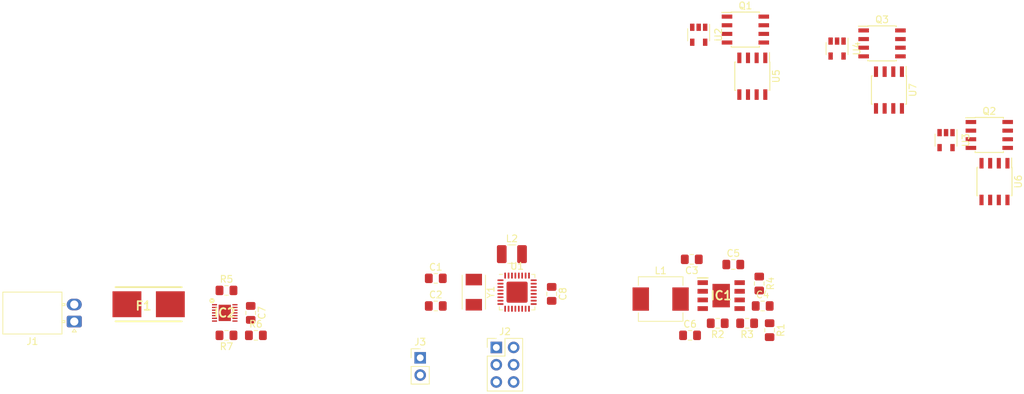
<source format=kicad_pcb>
(kicad_pcb (version 20171130) (host pcbnew "(5.0.1)-4")

  (general
    (thickness 1.6)
    (drawings 0)
    (tracks 0)
    (zones 0)
    (modules 34)
    (nets 65)
  )

  (page A4)
  (layers
    (0 F.Cu signal)
    (31 B.Cu signal)
    (32 B.Adhes user)
    (33 F.Adhes user)
    (34 B.Paste user)
    (35 F.Paste user)
    (36 B.SilkS user)
    (37 F.SilkS user)
    (38 B.Mask user)
    (39 F.Mask user)
    (40 Dwgs.User user)
    (41 Cmts.User user)
    (42 Eco1.User user)
    (43 Eco2.User user)
    (44 Edge.Cuts user)
    (45 Margin user)
    (46 B.CrtYd user)
    (47 F.CrtYd user)
    (48 B.Fab user)
    (49 F.Fab user hide)
  )

  (setup
    (last_trace_width 0.25)
    (trace_clearance 0.2)
    (zone_clearance 0.508)
    (zone_45_only no)
    (trace_min 0.2)
    (segment_width 0.2)
    (edge_width 0.15)
    (via_size 0.8)
    (via_drill 0.4)
    (via_min_size 0.4)
    (via_min_drill 0.3)
    (uvia_size 0.3)
    (uvia_drill 0.1)
    (uvias_allowed no)
    (uvia_min_size 0.2)
    (uvia_min_drill 0.1)
    (pcb_text_width 0.3)
    (pcb_text_size 1.5 1.5)
    (mod_edge_width 0.15)
    (mod_text_size 1 1)
    (mod_text_width 0.15)
    (pad_size 1.524 1.524)
    (pad_drill 0.762)
    (pad_to_mask_clearance 0.051)
    (solder_mask_min_width 0.25)
    (aux_axis_origin 0 0)
    (visible_elements FFFFFF7F)
    (pcbplotparams
      (layerselection 0x010fc_ffffffff)
      (usegerberextensions false)
      (usegerberattributes false)
      (usegerberadvancedattributes false)
      (creategerberjobfile false)
      (excludeedgelayer true)
      (linewidth 0.100000)
      (plotframeref false)
      (viasonmask false)
      (mode 1)
      (useauxorigin false)
      (hpglpennumber 1)
      (hpglpenspeed 20)
      (hpglpendiameter 15.000000)
      (psnegative false)
      (psa4output false)
      (plotreference true)
      (plotvalue true)
      (plotinvisibletext false)
      (padsonsilk false)
      (subtractmaskfromsilk false)
      (outputformat 1)
      (mirror false)
      (drillshape 1)
      (scaleselection 1)
      (outputdirectory ""))
  )

  (net 0 "")
  (net 1 GND)
  (net 2 "Net-(C1-Pad2)")
  (net 3 "Net-(C2-Pad1)")
  (net 4 "Net-(C3-Pad1)")
  (net 5 "Net-(C3-Pad2)")
  (net 6 "Net-(C4-Pad2)")
  (net 7 "Net-(C4-Pad1)")
  (net 8 BGND)
  (net 9 "Net-(C5-Pad2)")
  (net 10 +5V)
  (net 11 "Net-(C7-Pad2)")
  (net 12 VBAT)
  (net 13 "Net-(IC1-Pad7)")
  (net 14 "Net-(IC1-Pad9)")
  (net 15 "Net-(IC2-Pad2)")
  (net 16 "Net-(IC2-Pad3)")
  (net 17 "Net-(IC2-Pad4)")
  (net 18 "Net-(IC2-Pad5)")
  (net 19 "Net-(IC2-Pad15)")
  (net 20 "Net-(IC2-Pad10)")
  (net 21 ALERT)
  (net 22 "Net-(IC2-Pad13)")
  (net 23 "Net-(IC2-Pad14)")
  (net 24 "Net-(U1-Pad2)")
  (net 25 "Net-(U1-Pad3)")
  (net 26 "Net-(U1-Pad6)")
  (net 27 "Net-(U1-Pad9)")
  (net 28 "Net-(U1-Pad10)")
  (net 29 "Net-(U1-Pad11)")
  (net 30 "Net-(U1-Pad12)")
  (net 31 "Net-(U1-Pad13)")
  (net 32 "Net-(U1-Pad14)")
  (net 33 "Net-(U1-Pad19)")
  (net 34 "Net-(U1-Pad20)")
  (net 35 "Net-(U1-Pad22)")
  (net 36 C_MOT)
  (net 37 C_CHG)
  (net 38 C_CTR)
  (net 39 "Net-(U1-Pad26)")
  (net 40 "Net-(U1-Pad27)")
  (net 41 "Net-(U1-Pad28)")
  (net 42 MOT_ON)
  (net 43 CHG_ON)
  (net 44 CTR_ON)
  (net 45 "Net-(U2-Pad1)")
  (net 46 "Net-(U3-Pad1)")
  (net 47 "Net-(U4-Pad1)")
  (net 48 MOTOR)
  (net 49 CHARGE)
  (net 50 CONTROL)
  (net 51 "Net-(F1-Pad1)")
  (net 52 "Net-(Q1-Pad4)")
  (net 53 "Net-(Q1-Pad5)")
  (net 54 "Net-(Q2-Pad5)")
  (net 55 "Net-(Q2-Pad4)")
  (net 56 "Net-(Q3-Pad4)")
  (net 57 "Net-(Q3-Pad5)")
  (net 58 "Net-(C8-Pad2)")
  (net 59 MISO)
  (net 60 +5V_MCU)
  (net 61 SCK)
  (net 62 MOSI)
  (net 63 RESET)
  (net 64 "Net-(L2-Pad1)")

  (net_class Default "This is the default net class."
    (clearance 0.2)
    (trace_width 0.25)
    (via_dia 0.8)
    (via_drill 0.4)
    (uvia_dia 0.3)
    (uvia_drill 0.1)
    (add_net +5V)
    (add_net +5V_MCU)
    (add_net ALERT)
    (add_net BGND)
    (add_net CHARGE)
    (add_net CHG_ON)
    (add_net CONTROL)
    (add_net CTR_ON)
    (add_net C_CHG)
    (add_net C_CTR)
    (add_net C_MOT)
    (add_net GND)
    (add_net MISO)
    (add_net MOSI)
    (add_net MOTOR)
    (add_net MOT_ON)
    (add_net "Net-(C1-Pad2)")
    (add_net "Net-(C2-Pad1)")
    (add_net "Net-(C3-Pad1)")
    (add_net "Net-(C3-Pad2)")
    (add_net "Net-(C4-Pad1)")
    (add_net "Net-(C4-Pad2)")
    (add_net "Net-(C5-Pad2)")
    (add_net "Net-(C7-Pad2)")
    (add_net "Net-(C8-Pad2)")
    (add_net "Net-(F1-Pad1)")
    (add_net "Net-(IC1-Pad7)")
    (add_net "Net-(IC1-Pad9)")
    (add_net "Net-(IC2-Pad10)")
    (add_net "Net-(IC2-Pad13)")
    (add_net "Net-(IC2-Pad14)")
    (add_net "Net-(IC2-Pad15)")
    (add_net "Net-(IC2-Pad2)")
    (add_net "Net-(IC2-Pad3)")
    (add_net "Net-(IC2-Pad4)")
    (add_net "Net-(IC2-Pad5)")
    (add_net "Net-(L2-Pad1)")
    (add_net "Net-(Q1-Pad4)")
    (add_net "Net-(Q1-Pad5)")
    (add_net "Net-(Q2-Pad4)")
    (add_net "Net-(Q2-Pad5)")
    (add_net "Net-(Q3-Pad4)")
    (add_net "Net-(Q3-Pad5)")
    (add_net "Net-(U1-Pad10)")
    (add_net "Net-(U1-Pad11)")
    (add_net "Net-(U1-Pad12)")
    (add_net "Net-(U1-Pad13)")
    (add_net "Net-(U1-Pad14)")
    (add_net "Net-(U1-Pad19)")
    (add_net "Net-(U1-Pad2)")
    (add_net "Net-(U1-Pad20)")
    (add_net "Net-(U1-Pad22)")
    (add_net "Net-(U1-Pad26)")
    (add_net "Net-(U1-Pad27)")
    (add_net "Net-(U1-Pad28)")
    (add_net "Net-(U1-Pad3)")
    (add_net "Net-(U1-Pad6)")
    (add_net "Net-(U1-Pad9)")
    (add_net "Net-(U2-Pad1)")
    (add_net "Net-(U3-Pad1)")
    (add_net "Net-(U4-Pad1)")
    (add_net RESET)
    (add_net SCK)
    (add_net VBAT)
  )

  (module SamacSys_Parts:SOIC127P600X170-9N (layer F.Cu) (tedit 5C3C11BE) (tstamp 5C54BC2F)
    (at 154.432 62.738)
    (descr "SOIC8E (EP)")
    (tags "Integrated Circuit")
    (path /5C3044AC)
    (attr smd)
    (fp_text reference IC1 (at 0 0) (layer F.SilkS)
      (effects (font (size 1.27 1.27) (thickness 0.254)))
    )
    (fp_text value MP2307DN-LF-Z (at 0 0) (layer F.SilkS) hide
      (effects (font (size 1.27 1.27) (thickness 0.254)))
    )
    (fp_line (start -3.725 -2.75) (end 3.725 -2.75) (layer Dwgs.User) (width 0.05))
    (fp_line (start 3.725 -2.75) (end 3.725 2.75) (layer Dwgs.User) (width 0.05))
    (fp_line (start 3.725 2.75) (end -3.725 2.75) (layer Dwgs.User) (width 0.05))
    (fp_line (start -3.725 2.75) (end -3.725 -2.75) (layer Dwgs.User) (width 0.05))
    (fp_line (start -1.95 -2.45) (end 1.95 -2.45) (layer Dwgs.User) (width 0.1))
    (fp_line (start 1.95 -2.45) (end 1.95 2.45) (layer Dwgs.User) (width 0.1))
    (fp_line (start 1.95 2.45) (end -1.95 2.45) (layer Dwgs.User) (width 0.1))
    (fp_line (start -1.95 2.45) (end -1.95 -2.45) (layer Dwgs.User) (width 0.1))
    (fp_line (start -1.95 -1.18) (end -0.68 -2.45) (layer Dwgs.User) (width 0.1))
    (fp_line (start -3.475 -2.605) (end -1.95 -2.605) (layer F.SilkS) (width 0.2))
    (pad 1 smd rect (at -2.712 -1.905 90) (size 0.7 1.525) (layers F.Cu F.Paste F.Mask)
      (net 4 "Net-(C3-Pad1)"))
    (pad 2 smd rect (at -2.712 -0.635 90) (size 0.7 1.525) (layers F.Cu F.Paste F.Mask)
      (net 12 VBAT))
    (pad 3 smd rect (at -2.712 0.635 90) (size 0.7 1.525) (layers F.Cu F.Paste F.Mask)
      (net 5 "Net-(C3-Pad2)"))
    (pad 4 smd rect (at -2.712 1.905 90) (size 0.7 1.525) (layers F.Cu F.Paste F.Mask)
      (net 8 BGND))
    (pad 5 smd rect (at 2.712 1.905 90) (size 0.7 1.525) (layers F.Cu F.Paste F.Mask)
      (net 7 "Net-(C4-Pad1)"))
    (pad 6 smd rect (at 2.712 0.635 90) (size 0.7 1.525) (layers F.Cu F.Paste F.Mask)
      (net 7 "Net-(C4-Pad1)"))
    (pad 7 smd rect (at 2.712 -0.635 90) (size 0.7 1.525) (layers F.Cu F.Paste F.Mask)
      (net 13 "Net-(IC1-Pad7)"))
    (pad 8 smd rect (at 2.712 -1.905 90) (size 0.7 1.525) (layers F.Cu F.Paste F.Mask)
      (net 9 "Net-(C5-Pad2)"))
    (pad 9 smd rect (at 0 0) (size 2.56 3.45) (layers F.Cu F.Paste F.Mask)
      (net 14 "Net-(IC1-Pad9)"))
  )

  (module SamacSys_Parts:SON40P300X300X80-15N (layer F.Cu) (tedit 5C3C11EE) (tstamp 5C54BC4C)
    (at 81.534 65.278)
    (descr "14 TDFN 21-0137")
    (tags "Integrated Circuit")
    (path /5C2CE787)
    (attr smd)
    (fp_text reference IC2 (at 0 0) (layer F.SilkS)
      (effects (font (size 1.27 1.27) (thickness 0.254)))
    )
    (fp_text value MAX17261METD+ (at 0 0) (layer F.SilkS) hide
      (effects (font (size 1.27 1.27) (thickness 0.254)))
    )
    (fp_line (start -2.125 -1.8) (end 2.125 -1.8) (layer Dwgs.User) (width 0.05))
    (fp_line (start 2.125 -1.8) (end 2.125 1.8) (layer Dwgs.User) (width 0.05))
    (fp_line (start 2.125 1.8) (end -2.125 1.8) (layer Dwgs.User) (width 0.05))
    (fp_line (start -2.125 1.8) (end -2.125 -1.8) (layer Dwgs.User) (width 0.05))
    (fp_line (start -1.5 -1.5) (end 1.5 -1.5) (layer Dwgs.User) (width 0.1))
    (fp_line (start 1.5 -1.5) (end 1.5 1.5) (layer Dwgs.User) (width 0.1))
    (fp_line (start 1.5 1.5) (end -1.5 1.5) (layer Dwgs.User) (width 0.1))
    (fp_line (start -1.5 1.5) (end -1.5 -1.5) (layer Dwgs.User) (width 0.1))
    (fp_line (start -1.5 -0.75) (end -0.75 -1.5) (layer Dwgs.User) (width 0.1))
    (fp_circle (center -1.875 -1.8) (end -1.75 -1.8) (layer F.SilkS) (width 0.254))
    (pad 1 smd rect (at -1.5 -1.2 90) (size 0.2 0.75) (layers F.Cu F.Paste F.Mask)
      (net 10 +5V))
    (pad 2 smd rect (at -1.5 -0.8 90) (size 0.2 0.75) (layers F.Cu F.Paste F.Mask)
      (net 15 "Net-(IC2-Pad2)"))
    (pad 3 smd rect (at -1.5 -0.4 90) (size 0.2 0.75) (layers F.Cu F.Paste F.Mask)
      (net 16 "Net-(IC2-Pad3)"))
    (pad 4 smd rect (at -1.5 0 90) (size 0.2 0.75) (layers F.Cu F.Paste F.Mask)
      (net 17 "Net-(IC2-Pad4)"))
    (pad 5 smd rect (at -1.5 0.4 90) (size 0.2 0.75) (layers F.Cu F.Paste F.Mask)
      (net 18 "Net-(IC2-Pad5)"))
    (pad 6 smd rect (at -1.5 0.8 90) (size 0.2 0.75) (layers F.Cu F.Paste F.Mask)
      (net 10 +5V))
    (pad 7 smd rect (at -1.5 1.2 90) (size 0.2 0.75) (layers F.Cu F.Paste F.Mask)
      (net 1 GND))
    (pad 8 smd rect (at 1.5 1.2 90) (size 0.2 0.75) (layers F.Cu F.Paste F.Mask)
      (net 19 "Net-(IC2-Pad15)"))
    (pad 9 smd rect (at 1.5 0.8 90) (size 0.2 0.75) (layers F.Cu F.Paste F.Mask)
      (net 19 "Net-(IC2-Pad15)"))
    (pad 10 smd rect (at 1.5 0.4 90) (size 0.2 0.75) (layers F.Cu F.Paste F.Mask)
      (net 20 "Net-(IC2-Pad10)"))
    (pad 11 smd rect (at 1.5 0 90) (size 0.2 0.75) (layers F.Cu F.Paste F.Mask)
      (net 11 "Net-(C7-Pad2)"))
    (pad 12 smd rect (at 1.5 -0.4 90) (size 0.2 0.75) (layers F.Cu F.Paste F.Mask)
      (net 21 ALERT))
    (pad 13 smd rect (at 1.5 -0.8 90) (size 0.2 0.75) (layers F.Cu F.Paste F.Mask)
      (net 22 "Net-(IC2-Pad13)"))
    (pad 14 smd rect (at 1.5 -1.2 90) (size 0.2 0.75) (layers F.Cu F.Paste F.Mask)
      (net 23 "Net-(IC2-Pad14)"))
    (pad 15 smd rect (at 0 0) (size 1.8 2.4) (layers F.Cu F.Paste F.Mask)
      (net 19 "Net-(IC2-Pad15)"))
  )

  (module Connector_Molex:Molex_Nano-Fit_105313-xx02_1x02_P2.50mm_Horizontal (layer F.Cu) (tedit 5B782416) (tstamp 5C54BC6F)
    (at 59.436 66.548 180)
    (descr "Molex Nano-Fit Power Connectors, 105313-xx02, 2 Pins per row (http://www.molex.com/pdm_docs/sd/1053131208_sd.pdf), generated with kicad-footprint-generator")
    (tags "connector Molex Nano-Fit top entry")
    (path /5C2FB384)
    (fp_text reference J1 (at 6.15 -2.92 180) (layer F.SilkS)
      (effects (font (size 1 1) (thickness 0.15)))
    )
    (fp_text value Conn_01x02 (at 6.15 5.42 180) (layer F.Fab)
      (effects (font (size 1 1) (thickness 0.15)))
    )
    (fp_line (start 1.92 -1.72) (end 1.92 4.22) (layer F.Fab) (width 0.1))
    (fp_line (start 1.92 4.22) (end 10.38 4.22) (layer F.Fab) (width 0.1))
    (fp_line (start 10.38 4.22) (end 10.38 -1.72) (layer F.Fab) (width 0.1))
    (fp_line (start 10.38 -1.72) (end 1.92 -1.72) (layer F.Fab) (width 0.1))
    (fp_line (start 1.81 -1.83) (end 1.81 4.33) (layer F.SilkS) (width 0.12))
    (fp_line (start 1.81 4.33) (end 10.49 4.33) (layer F.SilkS) (width 0.12))
    (fp_line (start 10.49 4.33) (end 10.49 -1.83) (layer F.SilkS) (width 0.12))
    (fp_line (start 10.49 -1.83) (end 1.81 -1.83) (layer F.SilkS) (width 0.12))
    (fp_line (start 1.81 0.15) (end 1.81 -0.15) (layer F.SilkS) (width 0.12))
    (fp_line (start 1.81 -0.15) (end 1.36 -0.15) (layer F.SilkS) (width 0.12))
    (fp_line (start 1.36 -0.15) (end 1.36 0.15) (layer F.SilkS) (width 0.12))
    (fp_line (start 1.36 0.15) (end 1.81 0.15) (layer F.SilkS) (width 0.12))
    (fp_line (start 1.81 2.65) (end 1.81 2.35) (layer F.SilkS) (width 0.12))
    (fp_line (start 1.81 2.35) (end 1.36 2.35) (layer F.SilkS) (width 0.12))
    (fp_line (start 1.36 2.35) (end 1.36 2.65) (layer F.SilkS) (width 0.12))
    (fp_line (start 1.36 2.65) (end 1.81 2.65) (layer F.SilkS) (width 0.12))
    (fp_line (start 0 -1.11) (end 0.3 -1.534264) (layer F.SilkS) (width 0.12))
    (fp_line (start 0.3 -1.534264) (end -0.3 -1.534264) (layer F.SilkS) (width 0.12))
    (fp_line (start -0.3 -1.534264) (end 0 -1.11) (layer F.SilkS) (width 0.12))
    (fp_line (start 0 -1.11) (end 0.3 -1.534264) (layer F.Fab) (width 0.1))
    (fp_line (start 0.3 -1.534264) (end -0.3 -1.534264) (layer F.Fab) (width 0.1))
    (fp_line (start -0.3 -1.534264) (end 0 -1.11) (layer F.Fab) (width 0.1))
    (fp_line (start -1.6 -2.22) (end -1.6 4.72) (layer F.CrtYd) (width 0.05))
    (fp_line (start -1.6 4.72) (end 10.88 4.72) (layer F.CrtYd) (width 0.05))
    (fp_line (start 10.88 4.72) (end 10.88 -2.22) (layer F.CrtYd) (width 0.05))
    (fp_line (start 10.88 -2.22) (end -1.6 -2.22) (layer F.CrtYd) (width 0.05))
    (fp_text user %R (at 6.15 3.52 180) (layer F.Fab)
      (effects (font (size 1 1) (thickness 0.15)))
    )
    (pad 1 thru_hole roundrect (at 0 0 180) (size 2.2 1.7) (drill 1.2) (layers *.Cu *.Mask) (roundrect_rratio 0.147059)
      (net 8 BGND))
    (pad 2 thru_hole oval (at 0 2.5 180) (size 2.2 1.7) (drill 1.2) (layers *.Cu *.Mask)
      (net 51 "Net-(F1-Pad1)"))
    (pad "" np_thru_hole circle (at 7.18 0 180) (size 1.7 1.7) (drill 1.7) (layers *.Cu *.Mask))
    (pad "" np_thru_hole circle (at 7.18 2.5 180) (size 1.7 1.7) (drill 1.7) (layers *.Cu *.Mask))
    (model ${KISYS3DMOD}/Connector_Molex.3dshapes/Molex_Nano-Fit_105313-xx02_1x02_P2.50mm_Horizontal.wrl
      (at (xyz 0 0 0))
      (scale (xyz 1 1 1))
      (rotate (xyz 0 0 0))
    )
  )

  (module Package_DFN_QFN:QFN-32-1EP_5x5mm_P0.5mm_EP3.1x3.1mm (layer F.Cu) (tedit 5B4E60CE) (tstamp 5C54BDAB)
    (at 124.46 62.23)
    (descr "QFN, 32 Pin (http://ww1.microchip.com/downloads/en/DeviceDoc/8008S.pdf (Page 20)), generated with kicad-footprint-generator ipc_dfn_qfn_generator.py")
    (tags "QFN DFN_QFN")
    (path /5C2CA652)
    (attr smd)
    (fp_text reference U1 (at 0 -3.82) (layer F.SilkS)
      (effects (font (size 1 1) (thickness 0.15)))
    )
    (fp_text value ATmega328PB-MU (at 0 3.82) (layer F.Fab)
      (effects (font (size 1 1) (thickness 0.15)))
    )
    (fp_line (start 2.135 -2.61) (end 2.61 -2.61) (layer F.SilkS) (width 0.12))
    (fp_line (start 2.61 -2.61) (end 2.61 -2.135) (layer F.SilkS) (width 0.12))
    (fp_line (start -2.135 2.61) (end -2.61 2.61) (layer F.SilkS) (width 0.12))
    (fp_line (start -2.61 2.61) (end -2.61 2.135) (layer F.SilkS) (width 0.12))
    (fp_line (start 2.135 2.61) (end 2.61 2.61) (layer F.SilkS) (width 0.12))
    (fp_line (start 2.61 2.61) (end 2.61 2.135) (layer F.SilkS) (width 0.12))
    (fp_line (start -2.135 -2.61) (end -2.61 -2.61) (layer F.SilkS) (width 0.12))
    (fp_line (start -1.5 -2.5) (end 2.5 -2.5) (layer F.Fab) (width 0.1))
    (fp_line (start 2.5 -2.5) (end 2.5 2.5) (layer F.Fab) (width 0.1))
    (fp_line (start 2.5 2.5) (end -2.5 2.5) (layer F.Fab) (width 0.1))
    (fp_line (start -2.5 2.5) (end -2.5 -1.5) (layer F.Fab) (width 0.1))
    (fp_line (start -2.5 -1.5) (end -1.5 -2.5) (layer F.Fab) (width 0.1))
    (fp_line (start -3.12 -3.12) (end -3.12 3.12) (layer F.CrtYd) (width 0.05))
    (fp_line (start -3.12 3.12) (end 3.12 3.12) (layer F.CrtYd) (width 0.05))
    (fp_line (start 3.12 3.12) (end 3.12 -3.12) (layer F.CrtYd) (width 0.05))
    (fp_line (start 3.12 -3.12) (end -3.12 -3.12) (layer F.CrtYd) (width 0.05))
    (fp_text user %R (at 0 0) (layer F.Fab)
      (effects (font (size 1 1) (thickness 0.15)))
    )
    (pad 33 smd roundrect (at 0 0) (size 3.1 3.1) (layers F.Cu F.Mask) (roundrect_rratio 0.08064499999999999)
      (net 1 GND))
    (pad "" smd roundrect (at -1.03 -1.03) (size 0.83 0.83) (layers F.Paste) (roundrect_rratio 0.25))
    (pad "" smd roundrect (at -1.03 0) (size 0.83 0.83) (layers F.Paste) (roundrect_rratio 0.25))
    (pad "" smd roundrect (at -1.03 1.03) (size 0.83 0.83) (layers F.Paste) (roundrect_rratio 0.25))
    (pad "" smd roundrect (at 0 -1.03) (size 0.83 0.83) (layers F.Paste) (roundrect_rratio 0.25))
    (pad "" smd roundrect (at 0 0) (size 0.83 0.83) (layers F.Paste) (roundrect_rratio 0.25))
    (pad "" smd roundrect (at 0 1.03) (size 0.83 0.83) (layers F.Paste) (roundrect_rratio 0.25))
    (pad "" smd roundrect (at 1.03 -1.03) (size 0.83 0.83) (layers F.Paste) (roundrect_rratio 0.25))
    (pad "" smd roundrect (at 1.03 0) (size 0.83 0.83) (layers F.Paste) (roundrect_rratio 0.25))
    (pad "" smd roundrect (at 1.03 1.03) (size 0.83 0.83) (layers F.Paste) (roundrect_rratio 0.25))
    (pad 1 smd roundrect (at -2.4375 -1.75) (size 0.875 0.25) (layers F.Cu F.Paste F.Mask) (roundrect_rratio 0.25)
      (net 21 ALERT))
    (pad 2 smd roundrect (at -2.4375 -1.25) (size 0.875 0.25) (layers F.Cu F.Paste F.Mask) (roundrect_rratio 0.25)
      (net 24 "Net-(U1-Pad2)"))
    (pad 3 smd roundrect (at -2.4375 -0.75) (size 0.875 0.25) (layers F.Cu F.Paste F.Mask) (roundrect_rratio 0.25)
      (net 25 "Net-(U1-Pad3)"))
    (pad 4 smd roundrect (at -2.4375 -0.25) (size 0.875 0.25) (layers F.Cu F.Paste F.Mask) (roundrect_rratio 0.25)
      (net 64 "Net-(L2-Pad1)"))
    (pad 5 smd roundrect (at -2.4375 0.25) (size 0.875 0.25) (layers F.Cu F.Paste F.Mask) (roundrect_rratio 0.25)
      (net 1 GND))
    (pad 6 smd roundrect (at -2.4375 0.75) (size 0.875 0.25) (layers F.Cu F.Paste F.Mask) (roundrect_rratio 0.25)
      (net 26 "Net-(U1-Pad6)"))
    (pad 7 smd roundrect (at -2.4375 1.25) (size 0.875 0.25) (layers F.Cu F.Paste F.Mask) (roundrect_rratio 0.25)
      (net 2 "Net-(C1-Pad2)"))
    (pad 8 smd roundrect (at -2.4375 1.75) (size 0.875 0.25) (layers F.Cu F.Paste F.Mask) (roundrect_rratio 0.25)
      (net 3 "Net-(C2-Pad1)"))
    (pad 9 smd roundrect (at -1.75 2.4375) (size 0.25 0.875) (layers F.Cu F.Paste F.Mask) (roundrect_rratio 0.25)
      (net 27 "Net-(U1-Pad9)"))
    (pad 10 smd roundrect (at -1.25 2.4375) (size 0.25 0.875) (layers F.Cu F.Paste F.Mask) (roundrect_rratio 0.25)
      (net 28 "Net-(U1-Pad10)"))
    (pad 11 smd roundrect (at -0.75 2.4375) (size 0.25 0.875) (layers F.Cu F.Paste F.Mask) (roundrect_rratio 0.25)
      (net 29 "Net-(U1-Pad11)"))
    (pad 12 smd roundrect (at -0.25 2.4375) (size 0.25 0.875) (layers F.Cu F.Paste F.Mask) (roundrect_rratio 0.25)
      (net 30 "Net-(U1-Pad12)"))
    (pad 13 smd roundrect (at 0.25 2.4375) (size 0.25 0.875) (layers F.Cu F.Paste F.Mask) (roundrect_rratio 0.25)
      (net 31 "Net-(U1-Pad13)"))
    (pad 14 smd roundrect (at 0.75 2.4375) (size 0.25 0.875) (layers F.Cu F.Paste F.Mask) (roundrect_rratio 0.25)
      (net 32 "Net-(U1-Pad14)"))
    (pad 15 smd roundrect (at 1.25 2.4375) (size 0.25 0.875) (layers F.Cu F.Paste F.Mask) (roundrect_rratio 0.25)
      (net 62 MOSI))
    (pad 16 smd roundrect (at 1.75 2.4375) (size 0.25 0.875) (layers F.Cu F.Paste F.Mask) (roundrect_rratio 0.25)
      (net 59 MISO))
    (pad 17 smd roundrect (at 2.4375 1.75) (size 0.875 0.25) (layers F.Cu F.Paste F.Mask) (roundrect_rratio 0.25)
      (net 61 SCK))
    (pad 18 smd roundrect (at 2.4375 1.25) (size 0.875 0.25) (layers F.Cu F.Paste F.Mask) (roundrect_rratio 0.25)
      (net 58 "Net-(C8-Pad2)"))
    (pad 19 smd roundrect (at 2.4375 0.75) (size 0.875 0.25) (layers F.Cu F.Paste F.Mask) (roundrect_rratio 0.25)
      (net 33 "Net-(U1-Pad19)"))
    (pad 20 smd roundrect (at 2.4375 0.25) (size 0.875 0.25) (layers F.Cu F.Paste F.Mask) (roundrect_rratio 0.25)
      (net 34 "Net-(U1-Pad20)"))
    (pad 21 smd roundrect (at 2.4375 -0.25) (size 0.875 0.25) (layers F.Cu F.Paste F.Mask) (roundrect_rratio 0.25)
      (net 1 GND))
    (pad 22 smd roundrect (at 2.4375 -0.75) (size 0.875 0.25) (layers F.Cu F.Paste F.Mask) (roundrect_rratio 0.25)
      (net 35 "Net-(U1-Pad22)"))
    (pad 23 smd roundrect (at 2.4375 -1.25) (size 0.875 0.25) (layers F.Cu F.Paste F.Mask) (roundrect_rratio 0.25)
      (net 36 C_MOT))
    (pad 24 smd roundrect (at 2.4375 -1.75) (size 0.875 0.25) (layers F.Cu F.Paste F.Mask) (roundrect_rratio 0.25)
      (net 37 C_CHG))
    (pad 25 smd roundrect (at 1.75 -2.4375) (size 0.25 0.875) (layers F.Cu F.Paste F.Mask) (roundrect_rratio 0.25)
      (net 38 C_CTR))
    (pad 26 smd roundrect (at 1.25 -2.4375) (size 0.25 0.875) (layers F.Cu F.Paste F.Mask) (roundrect_rratio 0.25)
      (net 39 "Net-(U1-Pad26)"))
    (pad 27 smd roundrect (at 0.75 -2.4375) (size 0.25 0.875) (layers F.Cu F.Paste F.Mask) (roundrect_rratio 0.25)
      (net 40 "Net-(U1-Pad27)"))
    (pad 28 smd roundrect (at 0.25 -2.4375) (size 0.25 0.875) (layers F.Cu F.Paste F.Mask) (roundrect_rratio 0.25)
      (net 41 "Net-(U1-Pad28)"))
    (pad 29 smd roundrect (at -0.25 -2.4375) (size 0.25 0.875) (layers F.Cu F.Paste F.Mask) (roundrect_rratio 0.25)
      (net 63 RESET))
    (pad 30 smd roundrect (at -0.75 -2.4375) (size 0.25 0.875) (layers F.Cu F.Paste F.Mask) (roundrect_rratio 0.25)
      (net 42 MOT_ON))
    (pad 31 smd roundrect (at -1.25 -2.4375) (size 0.25 0.875) (layers F.Cu F.Paste F.Mask) (roundrect_rratio 0.25)
      (net 43 CHG_ON))
    (pad 32 smd roundrect (at -1.75 -2.4375) (size 0.25 0.875) (layers F.Cu F.Paste F.Mask) (roundrect_rratio 0.25)
      (net 44 CTR_ON))
    (model ${KISYS3DMOD}/Package_DFN_QFN.3dshapes/QFN-32-1EP_5x5mm_P0.5mm_EP3.1x3.1mm.wrl
      (at (xyz 0 0 0))
      (scale (xyz 1 1 1))
      (rotate (xyz 0 0 0))
    )
  )

  (module Package_TO_SOT_SMD:SOT-23-5 (layer F.Cu) (tedit 5A02FF57) (tstamp 5C54BDC0)
    (at 151.13 24.384 270)
    (descr "5-pin SOT23 package")
    (tags SOT-23-5)
    (path /5C2CC96E)
    (attr smd)
    (fp_text reference U2 (at 0 -2.9 270) (layer F.SilkS)
      (effects (font (size 1 1) (thickness 0.15)))
    )
    (fp_text value MCP1415 (at 0 2.9 270) (layer F.Fab)
      (effects (font (size 1 1) (thickness 0.15)))
    )
    (fp_line (start 0.9 -1.55) (end 0.9 1.55) (layer F.Fab) (width 0.1))
    (fp_line (start 0.9 1.55) (end -0.9 1.55) (layer F.Fab) (width 0.1))
    (fp_line (start -0.9 -0.9) (end -0.9 1.55) (layer F.Fab) (width 0.1))
    (fp_line (start 0.9 -1.55) (end -0.25 -1.55) (layer F.Fab) (width 0.1))
    (fp_line (start -0.9 -0.9) (end -0.25 -1.55) (layer F.Fab) (width 0.1))
    (fp_line (start -1.9 1.8) (end -1.9 -1.8) (layer F.CrtYd) (width 0.05))
    (fp_line (start 1.9 1.8) (end -1.9 1.8) (layer F.CrtYd) (width 0.05))
    (fp_line (start 1.9 -1.8) (end 1.9 1.8) (layer F.CrtYd) (width 0.05))
    (fp_line (start -1.9 -1.8) (end 1.9 -1.8) (layer F.CrtYd) (width 0.05))
    (fp_line (start 0.9 -1.61) (end -1.55 -1.61) (layer F.SilkS) (width 0.12))
    (fp_line (start -0.9 1.61) (end 0.9 1.61) (layer F.SilkS) (width 0.12))
    (fp_text user %R (at 0 0) (layer F.Fab)
      (effects (font (size 0.5 0.5) (thickness 0.075)))
    )
    (pad 5 smd rect (at 1.1 -0.95 270) (size 1.06 0.65) (layers F.Cu F.Paste F.Mask)
      (net 52 "Net-(Q1-Pad4)"))
    (pad 4 smd rect (at 1.1 0.95 270) (size 1.06 0.65) (layers F.Cu F.Paste F.Mask)
      (net 1 GND))
    (pad 3 smd rect (at -1.1 0.95 270) (size 1.06 0.65) (layers F.Cu F.Paste F.Mask)
      (net 42 MOT_ON))
    (pad 2 smd rect (at -1.1 0 270) (size 1.06 0.65) (layers F.Cu F.Paste F.Mask)
      (net 10 +5V))
    (pad 1 smd rect (at -1.1 -0.95 270) (size 1.06 0.65) (layers F.Cu F.Paste F.Mask)
      (net 45 "Net-(U2-Pad1)"))
    (model ${KISYS3DMOD}/Package_TO_SOT_SMD.3dshapes/SOT-23-5.wrl
      (at (xyz 0 0 0))
      (scale (xyz 1 1 1))
      (rotate (xyz 0 0 0))
    )
  )

  (module Package_TO_SOT_SMD:SOT-23-5 (layer F.Cu) (tedit 5A02FF57) (tstamp 5C54BDD5)
    (at 187.452 39.878 270)
    (descr "5-pin SOT23 package")
    (tags SOT-23-5)
    (path /5C2CC9C0)
    (attr smd)
    (fp_text reference U3 (at 0 -2.9 270) (layer F.SilkS)
      (effects (font (size 1 1) (thickness 0.15)))
    )
    (fp_text value MCP1415 (at 0 2.9 270) (layer F.Fab)
      (effects (font (size 1 1) (thickness 0.15)))
    )
    (fp_text user %R (at 0 0) (layer F.Fab)
      (effects (font (size 0.5 0.5) (thickness 0.075)))
    )
    (fp_line (start -0.9 1.61) (end 0.9 1.61) (layer F.SilkS) (width 0.12))
    (fp_line (start 0.9 -1.61) (end -1.55 -1.61) (layer F.SilkS) (width 0.12))
    (fp_line (start -1.9 -1.8) (end 1.9 -1.8) (layer F.CrtYd) (width 0.05))
    (fp_line (start 1.9 -1.8) (end 1.9 1.8) (layer F.CrtYd) (width 0.05))
    (fp_line (start 1.9 1.8) (end -1.9 1.8) (layer F.CrtYd) (width 0.05))
    (fp_line (start -1.9 1.8) (end -1.9 -1.8) (layer F.CrtYd) (width 0.05))
    (fp_line (start -0.9 -0.9) (end -0.25 -1.55) (layer F.Fab) (width 0.1))
    (fp_line (start 0.9 -1.55) (end -0.25 -1.55) (layer F.Fab) (width 0.1))
    (fp_line (start -0.9 -0.9) (end -0.9 1.55) (layer F.Fab) (width 0.1))
    (fp_line (start 0.9 1.55) (end -0.9 1.55) (layer F.Fab) (width 0.1))
    (fp_line (start 0.9 -1.55) (end 0.9 1.55) (layer F.Fab) (width 0.1))
    (pad 1 smd rect (at -1.1 -0.95 270) (size 1.06 0.65) (layers F.Cu F.Paste F.Mask)
      (net 46 "Net-(U3-Pad1)"))
    (pad 2 smd rect (at -1.1 0 270) (size 1.06 0.65) (layers F.Cu F.Paste F.Mask)
      (net 10 +5V))
    (pad 3 smd rect (at -1.1 0.95 270) (size 1.06 0.65) (layers F.Cu F.Paste F.Mask)
      (net 43 CHG_ON))
    (pad 4 smd rect (at 1.1 0.95 270) (size 1.06 0.65) (layers F.Cu F.Paste F.Mask)
      (net 1 GND))
    (pad 5 smd rect (at 1.1 -0.95 270) (size 1.06 0.65) (layers F.Cu F.Paste F.Mask)
      (net 55 "Net-(Q2-Pad4)"))
    (model ${KISYS3DMOD}/Package_TO_SOT_SMD.3dshapes/SOT-23-5.wrl
      (at (xyz 0 0 0))
      (scale (xyz 1 1 1))
      (rotate (xyz 0 0 0))
    )
  )

  (module Package_TO_SOT_SMD:SOT-23-5 (layer F.Cu) (tedit 5A02FF57) (tstamp 5C54CAB3)
    (at 171.45 26.416 270)
    (descr "5-pin SOT23 package")
    (tags SOT-23-5)
    (path /5C2CCA02)
    (attr smd)
    (fp_text reference U4 (at 0 -2.9 270) (layer F.SilkS)
      (effects (font (size 1 1) (thickness 0.15)))
    )
    (fp_text value MCP1415 (at 0 2.9 270) (layer F.Fab)
      (effects (font (size 1 1) (thickness 0.15)))
    )
    (fp_text user %R (at 0 0) (layer F.Fab)
      (effects (font (size 0.5 0.5) (thickness 0.075)))
    )
    (fp_line (start -0.9 1.61) (end 0.9 1.61) (layer F.SilkS) (width 0.12))
    (fp_line (start 0.9 -1.61) (end -1.55 -1.61) (layer F.SilkS) (width 0.12))
    (fp_line (start -1.9 -1.8) (end 1.9 -1.8) (layer F.CrtYd) (width 0.05))
    (fp_line (start 1.9 -1.8) (end 1.9 1.8) (layer F.CrtYd) (width 0.05))
    (fp_line (start 1.9 1.8) (end -1.9 1.8) (layer F.CrtYd) (width 0.05))
    (fp_line (start -1.9 1.8) (end -1.9 -1.8) (layer F.CrtYd) (width 0.05))
    (fp_line (start -0.9 -0.9) (end -0.25 -1.55) (layer F.Fab) (width 0.1))
    (fp_line (start 0.9 -1.55) (end -0.25 -1.55) (layer F.Fab) (width 0.1))
    (fp_line (start -0.9 -0.9) (end -0.9 1.55) (layer F.Fab) (width 0.1))
    (fp_line (start 0.9 1.55) (end -0.9 1.55) (layer F.Fab) (width 0.1))
    (fp_line (start 0.9 -1.55) (end 0.9 1.55) (layer F.Fab) (width 0.1))
    (pad 1 smd rect (at -1.1 -0.95 270) (size 1.06 0.65) (layers F.Cu F.Paste F.Mask)
      (net 47 "Net-(U4-Pad1)"))
    (pad 2 smd rect (at -1.1 0 270) (size 1.06 0.65) (layers F.Cu F.Paste F.Mask)
      (net 10 +5V))
    (pad 3 smd rect (at -1.1 0.95 270) (size 1.06 0.65) (layers F.Cu F.Paste F.Mask)
      (net 44 CTR_ON))
    (pad 4 smd rect (at 1.1 0.95 270) (size 1.06 0.65) (layers F.Cu F.Paste F.Mask)
      (net 1 GND))
    (pad 5 smd rect (at 1.1 -0.95 270) (size 1.06 0.65) (layers F.Cu F.Paste F.Mask)
      (net 56 "Net-(Q3-Pad4)"))
    (model ${KISYS3DMOD}/Package_TO_SOT_SMD.3dshapes/SOT-23-5.wrl
      (at (xyz 0 0 0))
      (scale (xyz 1 1 1))
      (rotate (xyz 0 0 0))
    )
  )

  (module Package_SO:SOIC-8_3.9x4.9mm_P1.27mm (layer F.Cu) (tedit 5A02F2D3) (tstamp 5C54BE07)
    (at 159.004 30.48 270)
    (descr "8-Lead Plastic Small Outline (SN) - Narrow, 3.90 mm Body [SOIC] (see Microchip Packaging Specification 00000049BS.pdf)")
    (tags "SOIC 1.27")
    (path /5C2CE9A0)
    (attr smd)
    (fp_text reference U5 (at 0 -3.5 270) (layer F.SilkS)
      (effects (font (size 1 1) (thickness 0.15)))
    )
    (fp_text value ACS723xLCTR-10AU (at 0 3.5 270) (layer F.Fab)
      (effects (font (size 1 1) (thickness 0.15)))
    )
    (fp_text user %R (at 0 0 270) (layer F.Fab)
      (effects (font (size 1 1) (thickness 0.15)))
    )
    (fp_line (start -0.95 -2.45) (end 1.95 -2.45) (layer F.Fab) (width 0.1))
    (fp_line (start 1.95 -2.45) (end 1.95 2.45) (layer F.Fab) (width 0.1))
    (fp_line (start 1.95 2.45) (end -1.95 2.45) (layer F.Fab) (width 0.1))
    (fp_line (start -1.95 2.45) (end -1.95 -1.45) (layer F.Fab) (width 0.1))
    (fp_line (start -1.95 -1.45) (end -0.95 -2.45) (layer F.Fab) (width 0.1))
    (fp_line (start -3.73 -2.7) (end -3.73 2.7) (layer F.CrtYd) (width 0.05))
    (fp_line (start 3.73 -2.7) (end 3.73 2.7) (layer F.CrtYd) (width 0.05))
    (fp_line (start -3.73 -2.7) (end 3.73 -2.7) (layer F.CrtYd) (width 0.05))
    (fp_line (start -3.73 2.7) (end 3.73 2.7) (layer F.CrtYd) (width 0.05))
    (fp_line (start -2.075 -2.575) (end -2.075 -2.525) (layer F.SilkS) (width 0.15))
    (fp_line (start 2.075 -2.575) (end 2.075 -2.43) (layer F.SilkS) (width 0.15))
    (fp_line (start 2.075 2.575) (end 2.075 2.43) (layer F.SilkS) (width 0.15))
    (fp_line (start -2.075 2.575) (end -2.075 2.43) (layer F.SilkS) (width 0.15))
    (fp_line (start -2.075 -2.575) (end 2.075 -2.575) (layer F.SilkS) (width 0.15))
    (fp_line (start -2.075 2.575) (end 2.075 2.575) (layer F.SilkS) (width 0.15))
    (fp_line (start -2.075 -2.525) (end -3.475 -2.525) (layer F.SilkS) (width 0.15))
    (pad 1 smd rect (at -2.7 -1.905 270) (size 1.55 0.6) (layers F.Cu F.Paste F.Mask)
      (net 53 "Net-(Q1-Pad5)"))
    (pad 2 smd rect (at -2.7 -0.635 270) (size 1.55 0.6) (layers F.Cu F.Paste F.Mask)
      (net 53 "Net-(Q1-Pad5)"))
    (pad 3 smd rect (at -2.7 0.635 270) (size 1.55 0.6) (layers F.Cu F.Paste F.Mask)
      (net 48 MOTOR))
    (pad 4 smd rect (at -2.7 1.905 270) (size 1.55 0.6) (layers F.Cu F.Paste F.Mask)
      (net 48 MOTOR))
    (pad 5 smd rect (at 2.7 1.905 270) (size 1.55 0.6) (layers F.Cu F.Paste F.Mask)
      (net 1 GND))
    (pad 6 smd rect (at 2.7 0.635 270) (size 1.55 0.6) (layers F.Cu F.Paste F.Mask)
      (net 1 GND))
    (pad 7 smd rect (at 2.7 -0.635 270) (size 1.55 0.6) (layers F.Cu F.Paste F.Mask)
      (net 36 C_MOT))
    (pad 8 smd rect (at 2.7 -1.905 270) (size 1.55 0.6) (layers F.Cu F.Paste F.Mask)
      (net 10 +5V))
    (model ${KISYS3DMOD}/Package_SO.3dshapes/SOIC-8_3.9x4.9mm_P1.27mm.wrl
      (at (xyz 0 0 0))
      (scale (xyz 1 1 1))
      (rotate (xyz 0 0 0))
    )
  )

  (module Package_SO:SOIC-8_3.9x4.9mm_P1.27mm (layer F.Cu) (tedit 5A02F2D3) (tstamp 5C54BE24)
    (at 194.564 45.974 270)
    (descr "8-Lead Plastic Small Outline (SN) - Narrow, 3.90 mm Body [SOIC] (see Microchip Packaging Specification 00000049BS.pdf)")
    (tags "SOIC 1.27")
    (path /5C2CEA24)
    (attr smd)
    (fp_text reference U6 (at 0 -3.5 270) (layer F.SilkS)
      (effects (font (size 1 1) (thickness 0.15)))
    )
    (fp_text value ACS723xLCTR-10AU (at 0 3.5 270) (layer F.Fab)
      (effects (font (size 1 1) (thickness 0.15)))
    )
    (fp_line (start -2.075 -2.525) (end -3.475 -2.525) (layer F.SilkS) (width 0.15))
    (fp_line (start -2.075 2.575) (end 2.075 2.575) (layer F.SilkS) (width 0.15))
    (fp_line (start -2.075 -2.575) (end 2.075 -2.575) (layer F.SilkS) (width 0.15))
    (fp_line (start -2.075 2.575) (end -2.075 2.43) (layer F.SilkS) (width 0.15))
    (fp_line (start 2.075 2.575) (end 2.075 2.43) (layer F.SilkS) (width 0.15))
    (fp_line (start 2.075 -2.575) (end 2.075 -2.43) (layer F.SilkS) (width 0.15))
    (fp_line (start -2.075 -2.575) (end -2.075 -2.525) (layer F.SilkS) (width 0.15))
    (fp_line (start -3.73 2.7) (end 3.73 2.7) (layer F.CrtYd) (width 0.05))
    (fp_line (start -3.73 -2.7) (end 3.73 -2.7) (layer F.CrtYd) (width 0.05))
    (fp_line (start 3.73 -2.7) (end 3.73 2.7) (layer F.CrtYd) (width 0.05))
    (fp_line (start -3.73 -2.7) (end -3.73 2.7) (layer F.CrtYd) (width 0.05))
    (fp_line (start -1.95 -1.45) (end -0.95 -2.45) (layer F.Fab) (width 0.1))
    (fp_line (start -1.95 2.45) (end -1.95 -1.45) (layer F.Fab) (width 0.1))
    (fp_line (start 1.95 2.45) (end -1.95 2.45) (layer F.Fab) (width 0.1))
    (fp_line (start 1.95 -2.45) (end 1.95 2.45) (layer F.Fab) (width 0.1))
    (fp_line (start -0.95 -2.45) (end 1.95 -2.45) (layer F.Fab) (width 0.1))
    (fp_text user %R (at 0 0 270) (layer F.Fab)
      (effects (font (size 1 1) (thickness 0.15)))
    )
    (pad 8 smd rect (at 2.7 -1.905 270) (size 1.55 0.6) (layers F.Cu F.Paste F.Mask)
      (net 10 +5V))
    (pad 7 smd rect (at 2.7 -0.635 270) (size 1.55 0.6) (layers F.Cu F.Paste F.Mask)
      (net 37 C_CHG))
    (pad 6 smd rect (at 2.7 0.635 270) (size 1.55 0.6) (layers F.Cu F.Paste F.Mask)
      (net 1 GND))
    (pad 5 smd rect (at 2.7 1.905 270) (size 1.55 0.6) (layers F.Cu F.Paste F.Mask)
      (net 1 GND))
    (pad 4 smd rect (at -2.7 1.905 270) (size 1.55 0.6) (layers F.Cu F.Paste F.Mask)
      (net 49 CHARGE))
    (pad 3 smd rect (at -2.7 0.635 270) (size 1.55 0.6) (layers F.Cu F.Paste F.Mask)
      (net 49 CHARGE))
    (pad 2 smd rect (at -2.7 -0.635 270) (size 1.55 0.6) (layers F.Cu F.Paste F.Mask)
      (net 54 "Net-(Q2-Pad5)"))
    (pad 1 smd rect (at -2.7 -1.905 270) (size 1.55 0.6) (layers F.Cu F.Paste F.Mask)
      (net 54 "Net-(Q2-Pad5)"))
    (model ${KISYS3DMOD}/Package_SO.3dshapes/SOIC-8_3.9x4.9mm_P1.27mm.wrl
      (at (xyz 0 0 0))
      (scale (xyz 1 1 1))
      (rotate (xyz 0 0 0))
    )
  )

  (module Package_SO:SOIC-8_3.9x4.9mm_P1.27mm (layer F.Cu) (tedit 5A02F2D3) (tstamp 5C54BE41)
    (at 179.07 32.512 270)
    (descr "8-Lead Plastic Small Outline (SN) - Narrow, 3.90 mm Body [SOIC] (see Microchip Packaging Specification 00000049BS.pdf)")
    (tags "SOIC 1.27")
    (path /5C2CEA70)
    (attr smd)
    (fp_text reference U7 (at 0 -3.5 270) (layer F.SilkS)
      (effects (font (size 1 1) (thickness 0.15)))
    )
    (fp_text value ACS723xLCTR-10AU (at 0 3.5 270) (layer F.Fab)
      (effects (font (size 1 1) (thickness 0.15)))
    )
    (fp_text user %R (at 0 0 270) (layer F.Fab)
      (effects (font (size 1 1) (thickness 0.15)))
    )
    (fp_line (start -0.95 -2.45) (end 1.95 -2.45) (layer F.Fab) (width 0.1))
    (fp_line (start 1.95 -2.45) (end 1.95 2.45) (layer F.Fab) (width 0.1))
    (fp_line (start 1.95 2.45) (end -1.95 2.45) (layer F.Fab) (width 0.1))
    (fp_line (start -1.95 2.45) (end -1.95 -1.45) (layer F.Fab) (width 0.1))
    (fp_line (start -1.95 -1.45) (end -0.95 -2.45) (layer F.Fab) (width 0.1))
    (fp_line (start -3.73 -2.7) (end -3.73 2.7) (layer F.CrtYd) (width 0.05))
    (fp_line (start 3.73 -2.7) (end 3.73 2.7) (layer F.CrtYd) (width 0.05))
    (fp_line (start -3.73 -2.7) (end 3.73 -2.7) (layer F.CrtYd) (width 0.05))
    (fp_line (start -3.73 2.7) (end 3.73 2.7) (layer F.CrtYd) (width 0.05))
    (fp_line (start -2.075 -2.575) (end -2.075 -2.525) (layer F.SilkS) (width 0.15))
    (fp_line (start 2.075 -2.575) (end 2.075 -2.43) (layer F.SilkS) (width 0.15))
    (fp_line (start 2.075 2.575) (end 2.075 2.43) (layer F.SilkS) (width 0.15))
    (fp_line (start -2.075 2.575) (end -2.075 2.43) (layer F.SilkS) (width 0.15))
    (fp_line (start -2.075 -2.575) (end 2.075 -2.575) (layer F.SilkS) (width 0.15))
    (fp_line (start -2.075 2.575) (end 2.075 2.575) (layer F.SilkS) (width 0.15))
    (fp_line (start -2.075 -2.525) (end -3.475 -2.525) (layer F.SilkS) (width 0.15))
    (pad 1 smd rect (at -2.7 -1.905 270) (size 1.55 0.6) (layers F.Cu F.Paste F.Mask)
      (net 57 "Net-(Q3-Pad5)"))
    (pad 2 smd rect (at -2.7 -0.635 270) (size 1.55 0.6) (layers F.Cu F.Paste F.Mask)
      (net 57 "Net-(Q3-Pad5)"))
    (pad 3 smd rect (at -2.7 0.635 270) (size 1.55 0.6) (layers F.Cu F.Paste F.Mask)
      (net 50 CONTROL))
    (pad 4 smd rect (at -2.7 1.905 270) (size 1.55 0.6) (layers F.Cu F.Paste F.Mask)
      (net 50 CONTROL))
    (pad 5 smd rect (at 2.7 1.905 270) (size 1.55 0.6) (layers F.Cu F.Paste F.Mask)
      (net 1 GND))
    (pad 6 smd rect (at 2.7 0.635 270) (size 1.55 0.6) (layers F.Cu F.Paste F.Mask)
      (net 1 GND))
    (pad 7 smd rect (at 2.7 -0.635 270) (size 1.55 0.6) (layers F.Cu F.Paste F.Mask)
      (net 38 C_CTR))
    (pad 8 smd rect (at 2.7 -1.905 270) (size 1.55 0.6) (layers F.Cu F.Paste F.Mask)
      (net 10 +5V))
    (model ${KISYS3DMOD}/Package_SO.3dshapes/SOIC-8_3.9x4.9mm_P1.27mm.wrl
      (at (xyz 0 0 0))
      (scale (xyz 1 1 1))
      (rotate (xyz 0 0 0))
    )
  )

  (module Capacitor_SMD:C_0805_2012Metric_Pad1.15x1.40mm_HandSolder (layer F.Cu) (tedit 5B36C52B) (tstamp 5C54D385)
    (at 112.522 60.198)
    (descr "Capacitor SMD 0805 (2012 Metric), square (rectangular) end terminal, IPC_7351 nominal with elongated pad for handsoldering. (Body size source: https://docs.google.com/spreadsheets/d/1BsfQQcO9C6DZCsRaXUlFlo91Tg2WpOkGARC1WS5S8t0/edit?usp=sharing), generated with kicad-footprint-generator")
    (tags "capacitor handsolder")
    (path /5C2CAFE0)
    (attr smd)
    (fp_text reference C1 (at 0 -1.65) (layer F.SilkS)
      (effects (font (size 1 1) (thickness 0.15)))
    )
    (fp_text value 22pF (at 0 1.65) (layer F.Fab)
      (effects (font (size 1 1) (thickness 0.15)))
    )
    (fp_text user %R (at 0 0) (layer F.Fab)
      (effects (font (size 0.5 0.5) (thickness 0.08)))
    )
    (fp_line (start 1.85 0.95) (end -1.85 0.95) (layer F.CrtYd) (width 0.05))
    (fp_line (start 1.85 -0.95) (end 1.85 0.95) (layer F.CrtYd) (width 0.05))
    (fp_line (start -1.85 -0.95) (end 1.85 -0.95) (layer F.CrtYd) (width 0.05))
    (fp_line (start -1.85 0.95) (end -1.85 -0.95) (layer F.CrtYd) (width 0.05))
    (fp_line (start -0.261252 0.71) (end 0.261252 0.71) (layer F.SilkS) (width 0.12))
    (fp_line (start -0.261252 -0.71) (end 0.261252 -0.71) (layer F.SilkS) (width 0.12))
    (fp_line (start 1 0.6) (end -1 0.6) (layer F.Fab) (width 0.1))
    (fp_line (start 1 -0.6) (end 1 0.6) (layer F.Fab) (width 0.1))
    (fp_line (start -1 -0.6) (end 1 -0.6) (layer F.Fab) (width 0.1))
    (fp_line (start -1 0.6) (end -1 -0.6) (layer F.Fab) (width 0.1))
    (pad 2 smd roundrect (at 1.025 0) (size 1.15 1.4) (layers F.Cu F.Paste F.Mask) (roundrect_rratio 0.217391)
      (net 2 "Net-(C1-Pad2)"))
    (pad 1 smd roundrect (at -1.025 0) (size 1.15 1.4) (layers F.Cu F.Paste F.Mask) (roundrect_rratio 0.217391)
      (net 1 GND))
    (model ${KISYS3DMOD}/Capacitor_SMD.3dshapes/C_0805_2012Metric.wrl
      (at (xyz 0 0 0))
      (scale (xyz 1 1 1))
      (rotate (xyz 0 0 0))
    )
  )

  (module Capacitor_SMD:C_0805_2012Metric_Pad1.15x1.40mm_HandSolder (layer F.Cu) (tedit 5B36C52B) (tstamp 5C54D0BE)
    (at 112.522 64.262)
    (descr "Capacitor SMD 0805 (2012 Metric), square (rectangular) end terminal, IPC_7351 nominal with elongated pad for handsoldering. (Body size source: https://docs.google.com/spreadsheets/d/1BsfQQcO9C6DZCsRaXUlFlo91Tg2WpOkGARC1WS5S8t0/edit?usp=sharing), generated with kicad-footprint-generator")
    (tags "capacitor handsolder")
    (path /5C2CB02A)
    (attr smd)
    (fp_text reference C2 (at 0 -1.65) (layer F.SilkS)
      (effects (font (size 1 1) (thickness 0.15)))
    )
    (fp_text value 22pF (at 0 1.65) (layer F.Fab)
      (effects (font (size 1 1) (thickness 0.15)))
    )
    (fp_text user %R (at 0 0) (layer F.Fab)
      (effects (font (size 0.5 0.5) (thickness 0.08)))
    )
    (fp_line (start 1.85 0.95) (end -1.85 0.95) (layer F.CrtYd) (width 0.05))
    (fp_line (start 1.85 -0.95) (end 1.85 0.95) (layer F.CrtYd) (width 0.05))
    (fp_line (start -1.85 -0.95) (end 1.85 -0.95) (layer F.CrtYd) (width 0.05))
    (fp_line (start -1.85 0.95) (end -1.85 -0.95) (layer F.CrtYd) (width 0.05))
    (fp_line (start -0.261252 0.71) (end 0.261252 0.71) (layer F.SilkS) (width 0.12))
    (fp_line (start -0.261252 -0.71) (end 0.261252 -0.71) (layer F.SilkS) (width 0.12))
    (fp_line (start 1 0.6) (end -1 0.6) (layer F.Fab) (width 0.1))
    (fp_line (start 1 -0.6) (end 1 0.6) (layer F.Fab) (width 0.1))
    (fp_line (start -1 -0.6) (end 1 -0.6) (layer F.Fab) (width 0.1))
    (fp_line (start -1 0.6) (end -1 -0.6) (layer F.Fab) (width 0.1))
    (pad 2 smd roundrect (at 1.025 0) (size 1.15 1.4) (layers F.Cu F.Paste F.Mask) (roundrect_rratio 0.217391)
      (net 1 GND))
    (pad 1 smd roundrect (at -1.025 0) (size 1.15 1.4) (layers F.Cu F.Paste F.Mask) (roundrect_rratio 0.217391)
      (net 3 "Net-(C2-Pad1)"))
    (model ${KISYS3DMOD}/Capacitor_SMD.3dshapes/C_0805_2012Metric.wrl
      (at (xyz 0 0 0))
      (scale (xyz 1 1 1))
      (rotate (xyz 0 0 0))
    )
  )

  (module Capacitor_SMD:C_0805_2012Metric_Pad1.15x1.40mm_HandSolder (layer F.Cu) (tedit 5B36C52B) (tstamp 5C54D0CE)
    (at 150.114 57.404 180)
    (descr "Capacitor SMD 0805 (2012 Metric), square (rectangular) end terminal, IPC_7351 nominal with elongated pad for handsoldering. (Body size source: https://docs.google.com/spreadsheets/d/1BsfQQcO9C6DZCsRaXUlFlo91Tg2WpOkGARC1WS5S8t0/edit?usp=sharing), generated with kicad-footprint-generator")
    (tags "capacitor handsolder")
    (path /5C304FFF)
    (attr smd)
    (fp_text reference C3 (at 0 -1.65 180) (layer F.SilkS)
      (effects (font (size 1 1) (thickness 0.15)))
    )
    (fp_text value 10n (at 0 1.65 180) (layer F.Fab)
      (effects (font (size 1 1) (thickness 0.15)))
    )
    (fp_line (start -1 0.6) (end -1 -0.6) (layer F.Fab) (width 0.1))
    (fp_line (start -1 -0.6) (end 1 -0.6) (layer F.Fab) (width 0.1))
    (fp_line (start 1 -0.6) (end 1 0.6) (layer F.Fab) (width 0.1))
    (fp_line (start 1 0.6) (end -1 0.6) (layer F.Fab) (width 0.1))
    (fp_line (start -0.261252 -0.71) (end 0.261252 -0.71) (layer F.SilkS) (width 0.12))
    (fp_line (start -0.261252 0.71) (end 0.261252 0.71) (layer F.SilkS) (width 0.12))
    (fp_line (start -1.85 0.95) (end -1.85 -0.95) (layer F.CrtYd) (width 0.05))
    (fp_line (start -1.85 -0.95) (end 1.85 -0.95) (layer F.CrtYd) (width 0.05))
    (fp_line (start 1.85 -0.95) (end 1.85 0.95) (layer F.CrtYd) (width 0.05))
    (fp_line (start 1.85 0.95) (end -1.85 0.95) (layer F.CrtYd) (width 0.05))
    (fp_text user %R (at 0 0 180) (layer F.Fab)
      (effects (font (size 0.5 0.5) (thickness 0.08)))
    )
    (pad 1 smd roundrect (at -1.025 0 180) (size 1.15 1.4) (layers F.Cu F.Paste F.Mask) (roundrect_rratio 0.217391)
      (net 4 "Net-(C3-Pad1)"))
    (pad 2 smd roundrect (at 1.025 0 180) (size 1.15 1.4) (layers F.Cu F.Paste F.Mask) (roundrect_rratio 0.217391)
      (net 5 "Net-(C3-Pad2)"))
    (model ${KISYS3DMOD}/Capacitor_SMD.3dshapes/C_0805_2012Metric.wrl
      (at (xyz 0 0 0))
      (scale (xyz 1 1 1))
      (rotate (xyz 0 0 0))
    )
  )

  (module Capacitor_SMD:C_0805_2012Metric_Pad1.15x1.40mm_HandSolder (layer F.Cu) (tedit 5B36C52B) (tstamp 5C54D0DE)
    (at 160.528 64.262)
    (descr "Capacitor SMD 0805 (2012 Metric), square (rectangular) end terminal, IPC_7351 nominal with elongated pad for handsoldering. (Body size source: https://docs.google.com/spreadsheets/d/1BsfQQcO9C6DZCsRaXUlFlo91Tg2WpOkGARC1WS5S8t0/edit?usp=sharing), generated with kicad-footprint-generator")
    (tags "capacitor handsolder")
    (path /5C3C44BD)
    (attr smd)
    (fp_text reference C4 (at 0 -1.65) (layer F.SilkS)
      (effects (font (size 1 1) (thickness 0.15)))
    )
    (fp_text value 3.9n (at 0 1.65) (layer F.Fab)
      (effects (font (size 1 1) (thickness 0.15)))
    )
    (fp_line (start -1 0.6) (end -1 -0.6) (layer F.Fab) (width 0.1))
    (fp_line (start -1 -0.6) (end 1 -0.6) (layer F.Fab) (width 0.1))
    (fp_line (start 1 -0.6) (end 1 0.6) (layer F.Fab) (width 0.1))
    (fp_line (start 1 0.6) (end -1 0.6) (layer F.Fab) (width 0.1))
    (fp_line (start -0.261252 -0.71) (end 0.261252 -0.71) (layer F.SilkS) (width 0.12))
    (fp_line (start -0.261252 0.71) (end 0.261252 0.71) (layer F.SilkS) (width 0.12))
    (fp_line (start -1.85 0.95) (end -1.85 -0.95) (layer F.CrtYd) (width 0.05))
    (fp_line (start -1.85 -0.95) (end 1.85 -0.95) (layer F.CrtYd) (width 0.05))
    (fp_line (start 1.85 -0.95) (end 1.85 0.95) (layer F.CrtYd) (width 0.05))
    (fp_line (start 1.85 0.95) (end -1.85 0.95) (layer F.CrtYd) (width 0.05))
    (fp_text user %R (at 0 0) (layer F.Fab)
      (effects (font (size 0.5 0.5) (thickness 0.08)))
    )
    (pad 1 smd roundrect (at -1.025 0) (size 1.15 1.4) (layers F.Cu F.Paste F.Mask) (roundrect_rratio 0.217391)
      (net 7 "Net-(C4-Pad1)"))
    (pad 2 smd roundrect (at 1.025 0) (size 1.15 1.4) (layers F.Cu F.Paste F.Mask) (roundrect_rratio 0.217391)
      (net 6 "Net-(C4-Pad2)"))
    (model ${KISYS3DMOD}/Capacitor_SMD.3dshapes/C_0805_2012Metric.wrl
      (at (xyz 0 0 0))
      (scale (xyz 1 1 1))
      (rotate (xyz 0 0 0))
    )
  )

  (module Capacitor_SMD:C_0805_2012Metric_Pad1.15x1.40mm_HandSolder (layer F.Cu) (tedit 5B36C52B) (tstamp 5C54D0EE)
    (at 156.21 58.166)
    (descr "Capacitor SMD 0805 (2012 Metric), square (rectangular) end terminal, IPC_7351 nominal with elongated pad for handsoldering. (Body size source: https://docs.google.com/spreadsheets/d/1BsfQQcO9C6DZCsRaXUlFlo91Tg2WpOkGARC1WS5S8t0/edit?usp=sharing), generated with kicad-footprint-generator")
    (tags "capacitor handsolder")
    (path /5C3050D1)
    (attr smd)
    (fp_text reference C5 (at 0 -1.65) (layer F.SilkS)
      (effects (font (size 1 1) (thickness 0.15)))
    )
    (fp_text value 0.1u (at 0 1.65) (layer F.Fab)
      (effects (font (size 1 1) (thickness 0.15)))
    )
    (fp_line (start -1 0.6) (end -1 -0.6) (layer F.Fab) (width 0.1))
    (fp_line (start -1 -0.6) (end 1 -0.6) (layer F.Fab) (width 0.1))
    (fp_line (start 1 -0.6) (end 1 0.6) (layer F.Fab) (width 0.1))
    (fp_line (start 1 0.6) (end -1 0.6) (layer F.Fab) (width 0.1))
    (fp_line (start -0.261252 -0.71) (end 0.261252 -0.71) (layer F.SilkS) (width 0.12))
    (fp_line (start -0.261252 0.71) (end 0.261252 0.71) (layer F.SilkS) (width 0.12))
    (fp_line (start -1.85 0.95) (end -1.85 -0.95) (layer F.CrtYd) (width 0.05))
    (fp_line (start -1.85 -0.95) (end 1.85 -0.95) (layer F.CrtYd) (width 0.05))
    (fp_line (start 1.85 -0.95) (end 1.85 0.95) (layer F.CrtYd) (width 0.05))
    (fp_line (start 1.85 0.95) (end -1.85 0.95) (layer F.CrtYd) (width 0.05))
    (fp_text user %R (at 0 0) (layer F.Fab)
      (effects (font (size 0.5 0.5) (thickness 0.08)))
    )
    (pad 1 smd roundrect (at -1.025 0) (size 1.15 1.4) (layers F.Cu F.Paste F.Mask) (roundrect_rratio 0.217391)
      (net 8 BGND))
    (pad 2 smd roundrect (at 1.025 0) (size 1.15 1.4) (layers F.Cu F.Paste F.Mask) (roundrect_rratio 0.217391)
      (net 9 "Net-(C5-Pad2)"))
    (model ${KISYS3DMOD}/Capacitor_SMD.3dshapes/C_0805_2012Metric.wrl
      (at (xyz 0 0 0))
      (scale (xyz 1 1 1))
      (rotate (xyz 0 0 0))
    )
  )

  (module Capacitor_SMD:C_0805_2012Metric_Pad1.15x1.40mm_HandSolder (layer F.Cu) (tedit 5B36C52B) (tstamp 5C54D0FE)
    (at 149.86 68.58)
    (descr "Capacitor SMD 0805 (2012 Metric), square (rectangular) end terminal, IPC_7351 nominal with elongated pad for handsoldering. (Body size source: https://docs.google.com/spreadsheets/d/1BsfQQcO9C6DZCsRaXUlFlo91Tg2WpOkGARC1WS5S8t0/edit?usp=sharing), generated with kicad-footprint-generator")
    (tags "capacitor handsolder")
    (path /5C305073)
    (attr smd)
    (fp_text reference C6 (at 0 -1.65) (layer F.SilkS)
      (effects (font (size 1 1) (thickness 0.15)))
    )
    (fp_text value 22u (at 0 1.65) (layer F.Fab)
      (effects (font (size 1 1) (thickness 0.15)))
    )
    (fp_text user %R (at 0 0) (layer F.Fab)
      (effects (font (size 0.5 0.5) (thickness 0.08)))
    )
    (fp_line (start 1.85 0.95) (end -1.85 0.95) (layer F.CrtYd) (width 0.05))
    (fp_line (start 1.85 -0.95) (end 1.85 0.95) (layer F.CrtYd) (width 0.05))
    (fp_line (start -1.85 -0.95) (end 1.85 -0.95) (layer F.CrtYd) (width 0.05))
    (fp_line (start -1.85 0.95) (end -1.85 -0.95) (layer F.CrtYd) (width 0.05))
    (fp_line (start -0.261252 0.71) (end 0.261252 0.71) (layer F.SilkS) (width 0.12))
    (fp_line (start -0.261252 -0.71) (end 0.261252 -0.71) (layer F.SilkS) (width 0.12))
    (fp_line (start 1 0.6) (end -1 0.6) (layer F.Fab) (width 0.1))
    (fp_line (start 1 -0.6) (end 1 0.6) (layer F.Fab) (width 0.1))
    (fp_line (start -1 -0.6) (end 1 -0.6) (layer F.Fab) (width 0.1))
    (fp_line (start -1 0.6) (end -1 -0.6) (layer F.Fab) (width 0.1))
    (pad 2 smd roundrect (at 1.025 0) (size 1.15 1.4) (layers F.Cu F.Paste F.Mask) (roundrect_rratio 0.217391)
      (net 8 BGND))
    (pad 1 smd roundrect (at -1.025 0) (size 1.15 1.4) (layers F.Cu F.Paste F.Mask) (roundrect_rratio 0.217391)
      (net 10 +5V))
    (model ${KISYS3DMOD}/Capacitor_SMD.3dshapes/C_0805_2012Metric.wrl
      (at (xyz 0 0 0))
      (scale (xyz 1 1 1))
      (rotate (xyz 0 0 0))
    )
  )

  (module Capacitor_SMD:C_0805_2012Metric_Pad1.15x1.40mm_HandSolder (layer F.Cu) (tedit 5B36C52B) (tstamp 5C54D10E)
    (at 85.344 65.278 270)
    (descr "Capacitor SMD 0805 (2012 Metric), square (rectangular) end terminal, IPC_7351 nominal with elongated pad for handsoldering. (Body size source: https://docs.google.com/spreadsheets/d/1BsfQQcO9C6DZCsRaXUlFlo91Tg2WpOkGARC1WS5S8t0/edit?usp=sharing), generated with kicad-footprint-generator")
    (tags "capacitor handsolder")
    (path /5C2D6508)
    (attr smd)
    (fp_text reference C7 (at 0 -1.65 270) (layer F.SilkS)
      (effects (font (size 1 1) (thickness 0.15)))
    )
    (fp_text value 0.47u (at 0 1.65 270) (layer F.Fab)
      (effects (font (size 1 1) (thickness 0.15)))
    )
    (fp_line (start -1 0.6) (end -1 -0.6) (layer F.Fab) (width 0.1))
    (fp_line (start -1 -0.6) (end 1 -0.6) (layer F.Fab) (width 0.1))
    (fp_line (start 1 -0.6) (end 1 0.6) (layer F.Fab) (width 0.1))
    (fp_line (start 1 0.6) (end -1 0.6) (layer F.Fab) (width 0.1))
    (fp_line (start -0.261252 -0.71) (end 0.261252 -0.71) (layer F.SilkS) (width 0.12))
    (fp_line (start -0.261252 0.71) (end 0.261252 0.71) (layer F.SilkS) (width 0.12))
    (fp_line (start -1.85 0.95) (end -1.85 -0.95) (layer F.CrtYd) (width 0.05))
    (fp_line (start -1.85 -0.95) (end 1.85 -0.95) (layer F.CrtYd) (width 0.05))
    (fp_line (start 1.85 -0.95) (end 1.85 0.95) (layer F.CrtYd) (width 0.05))
    (fp_line (start 1.85 0.95) (end -1.85 0.95) (layer F.CrtYd) (width 0.05))
    (fp_text user %R (at 0 0 270) (layer F.Fab)
      (effects (font (size 0.5 0.5) (thickness 0.08)))
    )
    (pad 1 smd roundrect (at -1.025 0 270) (size 1.15 1.4) (layers F.Cu F.Paste F.Mask) (roundrect_rratio 0.217391)
      (net 8 BGND))
    (pad 2 smd roundrect (at 1.025 0 270) (size 1.15 1.4) (layers F.Cu F.Paste F.Mask) (roundrect_rratio 0.217391)
      (net 11 "Net-(C7-Pad2)"))
    (model ${KISYS3DMOD}/Capacitor_SMD.3dshapes/C_0805_2012Metric.wrl
      (at (xyz 0 0 0))
      (scale (xyz 1 1 1))
      (rotate (xyz 0 0 0))
    )
  )

  (module Resistor_SMD:R_0805_2012Metric_Pad1.15x1.40mm_HandSolder (layer F.Cu) (tedit 5B36C52B) (tstamp 5C54D11E)
    (at 161.544 67.818 270)
    (descr "Resistor SMD 0805 (2012 Metric), square (rectangular) end terminal, IPC_7351 nominal with elongated pad for handsoldering. (Body size source: https://docs.google.com/spreadsheets/d/1BsfQQcO9C6DZCsRaXUlFlo91Tg2WpOkGARC1WS5S8t0/edit?usp=sharing), generated with kicad-footprint-generator")
    (tags "resistor handsolder")
    (path /5C3C4580)
    (attr smd)
    (fp_text reference R1 (at 0 -1.65 270) (layer F.SilkS)
      (effects (font (size 1 1) (thickness 0.15)))
    )
    (fp_text value 6.8k (at 0 1.65 270) (layer F.Fab)
      (effects (font (size 1 1) (thickness 0.15)))
    )
    (fp_text user %R (at 0 0 270) (layer F.Fab)
      (effects (font (size 0.5 0.5) (thickness 0.08)))
    )
    (fp_line (start 1.85 0.95) (end -1.85 0.95) (layer F.CrtYd) (width 0.05))
    (fp_line (start 1.85 -0.95) (end 1.85 0.95) (layer F.CrtYd) (width 0.05))
    (fp_line (start -1.85 -0.95) (end 1.85 -0.95) (layer F.CrtYd) (width 0.05))
    (fp_line (start -1.85 0.95) (end -1.85 -0.95) (layer F.CrtYd) (width 0.05))
    (fp_line (start -0.261252 0.71) (end 0.261252 0.71) (layer F.SilkS) (width 0.12))
    (fp_line (start -0.261252 -0.71) (end 0.261252 -0.71) (layer F.SilkS) (width 0.12))
    (fp_line (start 1 0.6) (end -1 0.6) (layer F.Fab) (width 0.1))
    (fp_line (start 1 -0.6) (end 1 0.6) (layer F.Fab) (width 0.1))
    (fp_line (start -1 -0.6) (end 1 -0.6) (layer F.Fab) (width 0.1))
    (fp_line (start -1 0.6) (end -1 -0.6) (layer F.Fab) (width 0.1))
    (pad 2 smd roundrect (at 1.025 0 270) (size 1.15 1.4) (layers F.Cu F.Paste F.Mask) (roundrect_rratio 0.217391)
      (net 8 BGND))
    (pad 1 smd roundrect (at -1.025 0 270) (size 1.15 1.4) (layers F.Cu F.Paste F.Mask) (roundrect_rratio 0.217391)
      (net 6 "Net-(C4-Pad2)"))
    (model ${KISYS3DMOD}/Resistor_SMD.3dshapes/R_0805_2012Metric.wrl
      (at (xyz 0 0 0))
      (scale (xyz 1 1 1))
      (rotate (xyz 0 0 0))
    )
  )

  (module Resistor_SMD:R_0805_2012Metric_Pad1.15x1.40mm_HandSolder (layer F.Cu) (tedit 5B36C52B) (tstamp 5C54D12E)
    (at 153.924 66.802 180)
    (descr "Resistor SMD 0805 (2012 Metric), square (rectangular) end terminal, IPC_7351 nominal with elongated pad for handsoldering. (Body size source: https://docs.google.com/spreadsheets/d/1BsfQQcO9C6DZCsRaXUlFlo91Tg2WpOkGARC1WS5S8t0/edit?usp=sharing), generated with kicad-footprint-generator")
    (tags "resistor handsolder")
    (path /5C304CF7)
    (attr smd)
    (fp_text reference R2 (at 0 -1.65 180) (layer F.SilkS)
      (effects (font (size 1 1) (thickness 0.15)))
    )
    (fp_text value 10k (at 0 1.65 180) (layer F.Fab)
      (effects (font (size 1 1) (thickness 0.15)))
    )
    (fp_text user %R (at 0 0 180) (layer F.Fab)
      (effects (font (size 0.5 0.5) (thickness 0.08)))
    )
    (fp_line (start 1.85 0.95) (end -1.85 0.95) (layer F.CrtYd) (width 0.05))
    (fp_line (start 1.85 -0.95) (end 1.85 0.95) (layer F.CrtYd) (width 0.05))
    (fp_line (start -1.85 -0.95) (end 1.85 -0.95) (layer F.CrtYd) (width 0.05))
    (fp_line (start -1.85 0.95) (end -1.85 -0.95) (layer F.CrtYd) (width 0.05))
    (fp_line (start -0.261252 0.71) (end 0.261252 0.71) (layer F.SilkS) (width 0.12))
    (fp_line (start -0.261252 -0.71) (end 0.261252 -0.71) (layer F.SilkS) (width 0.12))
    (fp_line (start 1 0.6) (end -1 0.6) (layer F.Fab) (width 0.1))
    (fp_line (start 1 -0.6) (end 1 0.6) (layer F.Fab) (width 0.1))
    (fp_line (start -1 -0.6) (end 1 -0.6) (layer F.Fab) (width 0.1))
    (fp_line (start -1 0.6) (end -1 -0.6) (layer F.Fab) (width 0.1))
    (pad 2 smd roundrect (at 1.025 0 180) (size 1.15 1.4) (layers F.Cu F.Paste F.Mask) (roundrect_rratio 0.217391)
      (net 8 BGND))
    (pad 1 smd roundrect (at -1.025 0 180) (size 1.15 1.4) (layers F.Cu F.Paste F.Mask) (roundrect_rratio 0.217391)
      (net 7 "Net-(C4-Pad1)"))
    (model ${KISYS3DMOD}/Resistor_SMD.3dshapes/R_0805_2012Metric.wrl
      (at (xyz 0 0 0))
      (scale (xyz 1 1 1))
      (rotate (xyz 0 0 0))
    )
  )

  (module Resistor_SMD:R_0805_2012Metric_Pad1.15x1.40mm_HandSolder (layer F.Cu) (tedit 5B36C52B) (tstamp 5C54D13E)
    (at 158.242 66.802 180)
    (descr "Resistor SMD 0805 (2012 Metric), square (rectangular) end terminal, IPC_7351 nominal with elongated pad for handsoldering. (Body size source: https://docs.google.com/spreadsheets/d/1BsfQQcO9C6DZCsRaXUlFlo91Tg2WpOkGARC1WS5S8t0/edit?usp=sharing), generated with kicad-footprint-generator")
    (tags "resistor handsolder")
    (path /5C30461B)
    (attr smd)
    (fp_text reference R3 (at 0 -1.65 180) (layer F.SilkS)
      (effects (font (size 1 1) (thickness 0.15)))
    )
    (fp_text value 44.2k (at 0 1.65 180) (layer F.Fab)
      (effects (font (size 1 1) (thickness 0.15)))
    )
    (fp_line (start -1 0.6) (end -1 -0.6) (layer F.Fab) (width 0.1))
    (fp_line (start -1 -0.6) (end 1 -0.6) (layer F.Fab) (width 0.1))
    (fp_line (start 1 -0.6) (end 1 0.6) (layer F.Fab) (width 0.1))
    (fp_line (start 1 0.6) (end -1 0.6) (layer F.Fab) (width 0.1))
    (fp_line (start -0.261252 -0.71) (end 0.261252 -0.71) (layer F.SilkS) (width 0.12))
    (fp_line (start -0.261252 0.71) (end 0.261252 0.71) (layer F.SilkS) (width 0.12))
    (fp_line (start -1.85 0.95) (end -1.85 -0.95) (layer F.CrtYd) (width 0.05))
    (fp_line (start -1.85 -0.95) (end 1.85 -0.95) (layer F.CrtYd) (width 0.05))
    (fp_line (start 1.85 -0.95) (end 1.85 0.95) (layer F.CrtYd) (width 0.05))
    (fp_line (start 1.85 0.95) (end -1.85 0.95) (layer F.CrtYd) (width 0.05))
    (fp_text user %R (at 0 0 180) (layer F.Fab)
      (effects (font (size 0.5 0.5) (thickness 0.08)))
    )
    (pad 1 smd roundrect (at -1.025 0 180) (size 1.15 1.4) (layers F.Cu F.Paste F.Mask) (roundrect_rratio 0.217391)
      (net 10 +5V))
    (pad 2 smd roundrect (at 1.025 0 180) (size 1.15 1.4) (layers F.Cu F.Paste F.Mask) (roundrect_rratio 0.217391)
      (net 7 "Net-(C4-Pad1)"))
    (model ${KISYS3DMOD}/Resistor_SMD.3dshapes/R_0805_2012Metric.wrl
      (at (xyz 0 0 0))
      (scale (xyz 1 1 1))
      (rotate (xyz 0 0 0))
    )
  )

  (module Resistor_SMD:R_0805_2012Metric_Pad1.15x1.40mm_HandSolder (layer F.Cu) (tedit 5B36C52B) (tstamp 5C6102DD)
    (at 160.02 60.96 270)
    (descr "Resistor SMD 0805 (2012 Metric), square (rectangular) end terminal, IPC_7351 nominal with elongated pad for handsoldering. (Body size source: https://docs.google.com/spreadsheets/d/1BsfQQcO9C6DZCsRaXUlFlo91Tg2WpOkGARC1WS5S8t0/edit?usp=sharing), generated with kicad-footprint-generator")
    (tags "resistor handsolder")
    (path /5C332E2E)
    (attr smd)
    (fp_text reference R4 (at 0 -1.65 270) (layer F.SilkS)
      (effects (font (size 1 1) (thickness 0.15)))
    )
    (fp_text value 100k (at 0 1.65 270) (layer F.Fab)
      (effects (font (size 1 1) (thickness 0.15)))
    )
    (fp_line (start -1 0.6) (end -1 -0.6) (layer F.Fab) (width 0.1))
    (fp_line (start -1 -0.6) (end 1 -0.6) (layer F.Fab) (width 0.1))
    (fp_line (start 1 -0.6) (end 1 0.6) (layer F.Fab) (width 0.1))
    (fp_line (start 1 0.6) (end -1 0.6) (layer F.Fab) (width 0.1))
    (fp_line (start -0.261252 -0.71) (end 0.261252 -0.71) (layer F.SilkS) (width 0.12))
    (fp_line (start -0.261252 0.71) (end 0.261252 0.71) (layer F.SilkS) (width 0.12))
    (fp_line (start -1.85 0.95) (end -1.85 -0.95) (layer F.CrtYd) (width 0.05))
    (fp_line (start -1.85 -0.95) (end 1.85 -0.95) (layer F.CrtYd) (width 0.05))
    (fp_line (start 1.85 -0.95) (end 1.85 0.95) (layer F.CrtYd) (width 0.05))
    (fp_line (start 1.85 0.95) (end -1.85 0.95) (layer F.CrtYd) (width 0.05))
    (fp_text user %R (at 0 0 270) (layer F.Fab)
      (effects (font (size 0.5 0.5) (thickness 0.08)))
    )
    (pad 1 smd roundrect (at -1.025 0 270) (size 1.15 1.4) (layers F.Cu F.Paste F.Mask) (roundrect_rratio 0.217391)
      (net 12 VBAT))
    (pad 2 smd roundrect (at 1.025 0 270) (size 1.15 1.4) (layers F.Cu F.Paste F.Mask) (roundrect_rratio 0.217391)
      (net 13 "Net-(IC1-Pad7)"))
    (model ${KISYS3DMOD}/Resistor_SMD.3dshapes/R_0805_2012Metric.wrl
      (at (xyz 0 0 0))
      (scale (xyz 1 1 1))
      (rotate (xyz 0 0 0))
    )
  )

  (module Resistor_SMD:R_0805_2012Metric_Pad1.15x1.40mm_HandSolder (layer F.Cu) (tedit 5B36C52B) (tstamp 5C54D15E)
    (at 81.788 61.976)
    (descr "Resistor SMD 0805 (2012 Metric), square (rectangular) end terminal, IPC_7351 nominal with elongated pad for handsoldering. (Body size source: https://docs.google.com/spreadsheets/d/1BsfQQcO9C6DZCsRaXUlFlo91Tg2WpOkGARC1WS5S8t0/edit?usp=sharing), generated with kicad-footprint-generator")
    (tags "resistor handsolder")
    (path /5C2DC9F7)
    (attr smd)
    (fp_text reference R5 (at 0 -1.65) (layer F.SilkS)
      (effects (font (size 1 1) (thickness 0.15)))
    )
    (fp_text value 5m (at 0 1.65) (layer F.Fab)
      (effects (font (size 1 1) (thickness 0.15)))
    )
    (fp_text user %R (at 0 0) (layer F.Fab)
      (effects (font (size 0.5 0.5) (thickness 0.08)))
    )
    (fp_line (start 1.85 0.95) (end -1.85 0.95) (layer F.CrtYd) (width 0.05))
    (fp_line (start 1.85 -0.95) (end 1.85 0.95) (layer F.CrtYd) (width 0.05))
    (fp_line (start -1.85 -0.95) (end 1.85 -0.95) (layer F.CrtYd) (width 0.05))
    (fp_line (start -1.85 0.95) (end -1.85 -0.95) (layer F.CrtYd) (width 0.05))
    (fp_line (start -0.261252 0.71) (end 0.261252 0.71) (layer F.SilkS) (width 0.12))
    (fp_line (start -0.261252 -0.71) (end 0.261252 -0.71) (layer F.SilkS) (width 0.12))
    (fp_line (start 1 0.6) (end -1 0.6) (layer F.Fab) (width 0.1))
    (fp_line (start 1 -0.6) (end 1 0.6) (layer F.Fab) (width 0.1))
    (fp_line (start -1 -0.6) (end 1 -0.6) (layer F.Fab) (width 0.1))
    (fp_line (start -1 0.6) (end -1 -0.6) (layer F.Fab) (width 0.1))
    (pad 2 smd roundrect (at 1.025 0) (size 1.15 1.4) (layers F.Cu F.Paste F.Mask) (roundrect_rratio 0.217391)
      (net 19 "Net-(IC2-Pad15)"))
    (pad 1 smd roundrect (at -1.025 0) (size 1.15 1.4) (layers F.Cu F.Paste F.Mask) (roundrect_rratio 0.217391)
      (net 1 GND))
    (model ${KISYS3DMOD}/Resistor_SMD.3dshapes/R_0805_2012Metric.wrl
      (at (xyz 0 0 0))
      (scale (xyz 1 1 1))
      (rotate (xyz 0 0 0))
    )
  )

  (module Resistor_SMD:R_0805_2012Metric_Pad1.15x1.40mm_HandSolder (layer F.Cu) (tedit 5B36C52B) (tstamp 5C54D16E)
    (at 86.106 68.58)
    (descr "Resistor SMD 0805 (2012 Metric), square (rectangular) end terminal, IPC_7351 nominal with elongated pad for handsoldering. (Body size source: https://docs.google.com/spreadsheets/d/1BsfQQcO9C6DZCsRaXUlFlo91Tg2WpOkGARC1WS5S8t0/edit?usp=sharing), generated with kicad-footprint-generator")
    (tags "resistor handsolder")
    (path /5C2D46A9)
    (attr smd)
    (fp_text reference R6 (at 0 -1.65) (layer F.SilkS)
      (effects (font (size 1 1) (thickness 0.15)))
    )
    (fp_text value 1.8M (at 0 1.65) (layer F.Fab)
      (effects (font (size 1 1) (thickness 0.15)))
    )
    (fp_line (start -1 0.6) (end -1 -0.6) (layer F.Fab) (width 0.1))
    (fp_line (start -1 -0.6) (end 1 -0.6) (layer F.Fab) (width 0.1))
    (fp_line (start 1 -0.6) (end 1 0.6) (layer F.Fab) (width 0.1))
    (fp_line (start 1 0.6) (end -1 0.6) (layer F.Fab) (width 0.1))
    (fp_line (start -0.261252 -0.71) (end 0.261252 -0.71) (layer F.SilkS) (width 0.12))
    (fp_line (start -0.261252 0.71) (end 0.261252 0.71) (layer F.SilkS) (width 0.12))
    (fp_line (start -1.85 0.95) (end -1.85 -0.95) (layer F.CrtYd) (width 0.05))
    (fp_line (start -1.85 -0.95) (end 1.85 -0.95) (layer F.CrtYd) (width 0.05))
    (fp_line (start 1.85 -0.95) (end 1.85 0.95) (layer F.CrtYd) (width 0.05))
    (fp_line (start 1.85 0.95) (end -1.85 0.95) (layer F.CrtYd) (width 0.05))
    (fp_text user %R (at 0 0) (layer F.Fab)
      (effects (font (size 0.5 0.5) (thickness 0.08)))
    )
    (pad 1 smd roundrect (at -1.025 0) (size 1.15 1.4) (layers F.Cu F.Paste F.Mask) (roundrect_rratio 0.217391)
      (net 20 "Net-(IC2-Pad10)"))
    (pad 2 smd roundrect (at 1.025 0) (size 1.15 1.4) (layers F.Cu F.Paste F.Mask) (roundrect_rratio 0.217391)
      (net 12 VBAT))
    (model ${KISYS3DMOD}/Resistor_SMD.3dshapes/R_0805_2012Metric.wrl
      (at (xyz 0 0 0))
      (scale (xyz 1 1 1))
      (rotate (xyz 0 0 0))
    )
  )

  (module Resistor_SMD:R_0805_2012Metric_Pad1.15x1.40mm_HandSolder (layer F.Cu) (tedit 5B36C52B) (tstamp 5C54D17E)
    (at 81.788 68.58 180)
    (descr "Resistor SMD 0805 (2012 Metric), square (rectangular) end terminal, IPC_7351 nominal with elongated pad for handsoldering. (Body size source: https://docs.google.com/spreadsheets/d/1BsfQQcO9C6DZCsRaXUlFlo91Tg2WpOkGARC1WS5S8t0/edit?usp=sharing), generated with kicad-footprint-generator")
    (tags "resistor handsolder")
    (path /5C2D475F)
    (attr smd)
    (fp_text reference R7 (at 0 -1.65 180) (layer F.SilkS)
      (effects (font (size 1 1) (thickness 0.15)))
    )
    (fp_text value 200k (at 0 1.65 180) (layer F.Fab)
      (effects (font (size 1 1) (thickness 0.15)))
    )
    (fp_line (start -1 0.6) (end -1 -0.6) (layer F.Fab) (width 0.1))
    (fp_line (start -1 -0.6) (end 1 -0.6) (layer F.Fab) (width 0.1))
    (fp_line (start 1 -0.6) (end 1 0.6) (layer F.Fab) (width 0.1))
    (fp_line (start 1 0.6) (end -1 0.6) (layer F.Fab) (width 0.1))
    (fp_line (start -0.261252 -0.71) (end 0.261252 -0.71) (layer F.SilkS) (width 0.12))
    (fp_line (start -0.261252 0.71) (end 0.261252 0.71) (layer F.SilkS) (width 0.12))
    (fp_line (start -1.85 0.95) (end -1.85 -0.95) (layer F.CrtYd) (width 0.05))
    (fp_line (start -1.85 -0.95) (end 1.85 -0.95) (layer F.CrtYd) (width 0.05))
    (fp_line (start 1.85 -0.95) (end 1.85 0.95) (layer F.CrtYd) (width 0.05))
    (fp_line (start 1.85 0.95) (end -1.85 0.95) (layer F.CrtYd) (width 0.05))
    (fp_text user %R (at 0 0 180) (layer F.Fab)
      (effects (font (size 0.5 0.5) (thickness 0.08)))
    )
    (pad 1 smd roundrect (at -1.025 0 180) (size 1.15 1.4) (layers F.Cu F.Paste F.Mask) (roundrect_rratio 0.217391)
      (net 20 "Net-(IC2-Pad10)"))
    (pad 2 smd roundrect (at 1.025 0 180) (size 1.15 1.4) (layers F.Cu F.Paste F.Mask) (roundrect_rratio 0.217391)
      (net 8 BGND))
    (model ${KISYS3DMOD}/Resistor_SMD.3dshapes/R_0805_2012Metric.wrl
      (at (xyz 0 0 0))
      (scale (xyz 1 1 1))
      (rotate (xyz 0 0 0))
    )
  )

  (module Crystal:Crystal_SMD_TXC_7A-2Pin_5x3.2mm (layer F.Cu) (tedit 5B7C2945) (tstamp 5C54D23D)
    (at 118.11 62.23 270)
    (descr "SMD Crystal TXC 7A http://txccrystal.com/images/pdf/7a.pdf")
    (tags "SMD SMT crystal")
    (path /5C2CAD65)
    (attr smd)
    (fp_text reference Y1 (at 0 -2.5 270) (layer F.SilkS)
      (effects (font (size 1 1) (thickness 0.15)))
    )
    (fp_text value 16MHz (at 0 2.7 270) (layer F.Fab)
      (effects (font (size 1 1) (thickness 0.15)))
    )
    (fp_text user %R (at 0 -2.5 270) (layer F.Fab)
      (effects (font (size 1 1) (thickness 0.15)))
    )
    (fp_line (start -2.95 -1.85) (end 2.95 -1.85) (layer F.CrtYd) (width 0.05))
    (fp_line (start -2.95 -1.85) (end -2.95 1.85) (layer F.CrtYd) (width 0.05))
    (fp_line (start 2.95 -1.85) (end 2.95 1.85) (layer F.CrtYd) (width 0.05))
    (fp_line (start 2.95 1.85) (end -2.95 1.85) (layer F.CrtYd) (width 0.05))
    (fp_line (start -2.5 -1.71) (end 2.5 -1.71) (layer F.SilkS) (width 0.12))
    (fp_line (start -2.5 1.71) (end 2.5 1.71) (layer F.SilkS) (width 0.12))
    (fp_line (start -2.5 -1.6) (end 2.5 -1.6) (layer F.Fab) (width 0.1))
    (fp_line (start 2.5 -1.6) (end 2.5 1.6) (layer F.Fab) (width 0.1))
    (fp_line (start -2.5 1.6) (end 2.5 1.6) (layer F.Fab) (width 0.1))
    (fp_line (start -2.5 -1.6) (end -2.5 1.6) (layer F.Fab) (width 0.1))
    (pad 1 smd rect (at -1.85 0 270) (size 1.7 2.4) (layers F.Cu F.Paste F.Mask)
      (net 2 "Net-(C1-Pad2)"))
    (pad 2 smd rect (at 1.85 0 270) (size 1.7 2.4) (layers F.Cu F.Paste F.Mask)
      (net 3 "Net-(C2-Pad1)"))
    (model ${KISYS3DMOD}/Crystal.3dshapes/Crystal_SMD_TXC_7A-2Pin_5x3.2mm.wrl
      (at (xyz 0 0 0))
      (scale (xyz 1 1 1))
      (rotate (xyz 0 0 0))
    )
  )

  (module SamacSys_Parts:0154001.DRT (layer F.Cu) (tedit 5C3C1D5C) (tstamp 5C6111F0)
    (at 70.358 64.008)
    (descr 0154001.DRT)
    (tags Fuse)
    (path /5C3D91AA)
    (attr smd)
    (fp_text reference F1 (at -0.7487 0.247) (layer F.SilkS)
      (effects (font (size 1.27 1.27) (thickness 0.254)))
    )
    (fp_text value 0154010.DR (at -0.7487 0.247) (layer F.SilkS) hide
      (effects (font (size 1.27 1.27) (thickness 0.254)))
    )
    (fp_line (start -4.8641 -2.5146) (end 4.8641 -2.5146) (layer Dwgs.User) (width 0.254))
    (fp_line (start 4.8641 -2.5146) (end 4.8641 2.5146) (layer Dwgs.User) (width 0.254))
    (fp_line (start 4.8641 2.5146) (end -4.8641 2.5146) (layer Dwgs.User) (width 0.254))
    (fp_line (start -4.8641 2.5146) (end -4.8641 -2.5146) (layer Dwgs.User) (width 0.254))
    (fp_line (start -4.8641 -2.5146) (end 4.8641 -2.5146) (layer F.SilkS) (width 0.254))
    (fp_line (start -4.8641 2.5146) (end 4.8641 2.5146) (layer F.SilkS) (width 0.254))
    (pad 1 smd rect (at -3.1877 0 90) (size 3.81 4.2418) (layers F.Cu F.Paste F.Mask)
      (net 51 "Net-(F1-Pad1)"))
    (pad 2 smd rect (at 3.1877 0 90) (size 3.81 4.2418) (layers F.Cu F.Paste F.Mask)
      (net 12 VBAT))
  )

  (module Inductor_SMD:L_Vishay_IHLP-2525 (layer F.Cu) (tedit 5990349D) (tstamp 5C610237)
    (at 145.542 63.246)
    (descr "Inductor, Vishay, IHLP series, 6.3mmx6.3mm")
    (tags "inductor vishay ihlp smd")
    (path /5C3051DA)
    (attr smd)
    (fp_text reference L1 (at 0 -4.175) (layer F.SilkS)
      (effects (font (size 1 1) (thickness 0.15)))
    )
    (fp_text value 10u (at 0 4.675) (layer F.Fab)
      (effects (font (size 1 1) (thickness 0.15)))
    )
    (fp_text user %R (at 0 0) (layer F.Fab)
      (effects (font (size 1 1) (thickness 0.15)))
    )
    (fp_line (start -3.175 -3.175) (end -3.175 3.175) (layer F.Fab) (width 0.1))
    (fp_line (start -3.175 3.175) (end 3.175 3.175) (layer F.Fab) (width 0.1))
    (fp_line (start 3.175 3.175) (end 3.175 -3.175) (layer F.Fab) (width 0.1))
    (fp_line (start 3.175 -3.175) (end -3.175 -3.175) (layer F.Fab) (width 0.1))
    (fp_line (start -3.275 -2.0145) (end -3.275 -3.275) (layer F.SilkS) (width 0.12))
    (fp_line (start -3.275 -3.275) (end 3.275 -3.275) (layer F.SilkS) (width 0.12))
    (fp_line (start 3.275 -3.275) (end 3.275 -2.0145) (layer F.SilkS) (width 0.12))
    (fp_line (start -3.275 2.0145) (end -3.275 3.275) (layer F.SilkS) (width 0.12))
    (fp_line (start -3.275 3.275) (end 3.275 3.275) (layer F.SilkS) (width 0.12))
    (fp_line (start 3.275 3.275) (end 3.275 2.0145) (layer F.SilkS) (width 0.12))
    (fp_line (start -4.4 -3.45) (end -4.4 3.45) (layer F.CrtYd) (width 0.05))
    (fp_line (start -4.4 3.45) (end 4.4 3.45) (layer F.CrtYd) (width 0.05))
    (fp_line (start 4.4 3.45) (end 4.4 -3.45) (layer F.CrtYd) (width 0.05))
    (fp_line (start 4.4 -3.45) (end -4.4 -3.45) (layer F.CrtYd) (width 0.05))
    (pad 1 smd rect (at -2.921 0) (size 2.413 3.429) (layers F.Cu F.Paste F.Mask)
      (net 10 +5V))
    (pad 2 smd rect (at 2.921 0) (size 2.413 3.429) (layers F.Cu F.Paste F.Mask)
      (net 5 "Net-(C3-Pad2)"))
    (model ${KISYS3DMOD}/Inductor_SMD.3dshapes/L_Vishay_IHLP-2525.wrl
      (at (xyz 0 0 0))
      (scale (xyz 1 1 1))
      (rotate (xyz 0 0 0))
    )
  )

  (module Package_SO:SOIC-8_3.9x4.9mm_P1.27mm (layer F.Cu) (tedit 5A02F2D3) (tstamp 5C61098F)
    (at 157.988 23.622)
    (descr "8-Lead Plastic Small Outline (SN) - Narrow, 3.90 mm Body [SOIC] (see Microchip Packaging Specification 00000049BS.pdf)")
    (tags "SOIC 1.27")
    (path /5C3E0D22)
    (attr smd)
    (fp_text reference Q1 (at 0 -3.5) (layer F.SilkS)
      (effects (font (size 1 1) (thickness 0.15)))
    )
    (fp_text value IRF7403 (at 0 3.5) (layer F.Fab)
      (effects (font (size 1 1) (thickness 0.15)))
    )
    (fp_text user %R (at 0 0) (layer F.Fab)
      (effects (font (size 1 1) (thickness 0.15)))
    )
    (fp_line (start -0.95 -2.45) (end 1.95 -2.45) (layer F.Fab) (width 0.1))
    (fp_line (start 1.95 -2.45) (end 1.95 2.45) (layer F.Fab) (width 0.1))
    (fp_line (start 1.95 2.45) (end -1.95 2.45) (layer F.Fab) (width 0.1))
    (fp_line (start -1.95 2.45) (end -1.95 -1.45) (layer F.Fab) (width 0.1))
    (fp_line (start -1.95 -1.45) (end -0.95 -2.45) (layer F.Fab) (width 0.1))
    (fp_line (start -3.73 -2.7) (end -3.73 2.7) (layer F.CrtYd) (width 0.05))
    (fp_line (start 3.73 -2.7) (end 3.73 2.7) (layer F.CrtYd) (width 0.05))
    (fp_line (start -3.73 -2.7) (end 3.73 -2.7) (layer F.CrtYd) (width 0.05))
    (fp_line (start -3.73 2.7) (end 3.73 2.7) (layer F.CrtYd) (width 0.05))
    (fp_line (start -2.075 -2.575) (end -2.075 -2.525) (layer F.SilkS) (width 0.15))
    (fp_line (start 2.075 -2.575) (end 2.075 -2.43) (layer F.SilkS) (width 0.15))
    (fp_line (start 2.075 2.575) (end 2.075 2.43) (layer F.SilkS) (width 0.15))
    (fp_line (start -2.075 2.575) (end -2.075 2.43) (layer F.SilkS) (width 0.15))
    (fp_line (start -2.075 -2.575) (end 2.075 -2.575) (layer F.SilkS) (width 0.15))
    (fp_line (start -2.075 2.575) (end 2.075 2.575) (layer F.SilkS) (width 0.15))
    (fp_line (start -2.075 -2.525) (end -3.475 -2.525) (layer F.SilkS) (width 0.15))
    (pad 1 smd rect (at -2.7 -1.905) (size 1.55 0.6) (layers F.Cu F.Paste F.Mask)
      (net 1 GND))
    (pad 2 smd rect (at -2.7 -0.635) (size 1.55 0.6) (layers F.Cu F.Paste F.Mask)
      (net 1 GND))
    (pad 3 smd rect (at -2.7 0.635) (size 1.55 0.6) (layers F.Cu F.Paste F.Mask)
      (net 1 GND))
    (pad 4 smd rect (at -2.7 1.905) (size 1.55 0.6) (layers F.Cu F.Paste F.Mask)
      (net 52 "Net-(Q1-Pad4)"))
    (pad 5 smd rect (at 2.7 1.905) (size 1.55 0.6) (layers F.Cu F.Paste F.Mask)
      (net 53 "Net-(Q1-Pad5)"))
    (pad 6 smd rect (at 2.7 0.635) (size 1.55 0.6) (layers F.Cu F.Paste F.Mask)
      (net 53 "Net-(Q1-Pad5)"))
    (pad 7 smd rect (at 2.7 -0.635) (size 1.55 0.6) (layers F.Cu F.Paste F.Mask)
      (net 53 "Net-(Q1-Pad5)"))
    (pad 8 smd rect (at 2.7 -1.905) (size 1.55 0.6) (layers F.Cu F.Paste F.Mask)
      (net 53 "Net-(Q1-Pad5)"))
    (model ${KISYS3DMOD}/Package_SO.3dshapes/SOIC-8_3.9x4.9mm_P1.27mm.wrl
      (at (xyz 0 0 0))
      (scale (xyz 1 1 1))
      (rotate (xyz 0 0 0))
    )
  )

  (module Package_SO:SOIC-8_3.9x4.9mm_P1.27mm (layer F.Cu) (tedit 5A02F2D3) (tstamp 5C6109AB)
    (at 193.802 39.116)
    (descr "8-Lead Plastic Small Outline (SN) - Narrow, 3.90 mm Body [SOIC] (see Microchip Packaging Specification 00000049BS.pdf)")
    (tags "SOIC 1.27")
    (path /5C3E0F3E)
    (attr smd)
    (fp_text reference Q2 (at 0 -3.5) (layer F.SilkS)
      (effects (font (size 1 1) (thickness 0.15)))
    )
    (fp_text value IRF7403 (at 0 3.5) (layer F.Fab)
      (effects (font (size 1 1) (thickness 0.15)))
    )
    (fp_line (start -2.075 -2.525) (end -3.475 -2.525) (layer F.SilkS) (width 0.15))
    (fp_line (start -2.075 2.575) (end 2.075 2.575) (layer F.SilkS) (width 0.15))
    (fp_line (start -2.075 -2.575) (end 2.075 -2.575) (layer F.SilkS) (width 0.15))
    (fp_line (start -2.075 2.575) (end -2.075 2.43) (layer F.SilkS) (width 0.15))
    (fp_line (start 2.075 2.575) (end 2.075 2.43) (layer F.SilkS) (width 0.15))
    (fp_line (start 2.075 -2.575) (end 2.075 -2.43) (layer F.SilkS) (width 0.15))
    (fp_line (start -2.075 -2.575) (end -2.075 -2.525) (layer F.SilkS) (width 0.15))
    (fp_line (start -3.73 2.7) (end 3.73 2.7) (layer F.CrtYd) (width 0.05))
    (fp_line (start -3.73 -2.7) (end 3.73 -2.7) (layer F.CrtYd) (width 0.05))
    (fp_line (start 3.73 -2.7) (end 3.73 2.7) (layer F.CrtYd) (width 0.05))
    (fp_line (start -3.73 -2.7) (end -3.73 2.7) (layer F.CrtYd) (width 0.05))
    (fp_line (start -1.95 -1.45) (end -0.95 -2.45) (layer F.Fab) (width 0.1))
    (fp_line (start -1.95 2.45) (end -1.95 -1.45) (layer F.Fab) (width 0.1))
    (fp_line (start 1.95 2.45) (end -1.95 2.45) (layer F.Fab) (width 0.1))
    (fp_line (start 1.95 -2.45) (end 1.95 2.45) (layer F.Fab) (width 0.1))
    (fp_line (start -0.95 -2.45) (end 1.95 -2.45) (layer F.Fab) (width 0.1))
    (fp_text user %R (at 0 0) (layer F.Fab)
      (effects (font (size 1 1) (thickness 0.15)))
    )
    (pad 8 smd rect (at 2.7 -1.905) (size 1.55 0.6) (layers F.Cu F.Paste F.Mask)
      (net 54 "Net-(Q2-Pad5)"))
    (pad 7 smd rect (at 2.7 -0.635) (size 1.55 0.6) (layers F.Cu F.Paste F.Mask)
      (net 54 "Net-(Q2-Pad5)"))
    (pad 6 smd rect (at 2.7 0.635) (size 1.55 0.6) (layers F.Cu F.Paste F.Mask)
      (net 54 "Net-(Q2-Pad5)"))
    (pad 5 smd rect (at 2.7 1.905) (size 1.55 0.6) (layers F.Cu F.Paste F.Mask)
      (net 54 "Net-(Q2-Pad5)"))
    (pad 4 smd rect (at -2.7 1.905) (size 1.55 0.6) (layers F.Cu F.Paste F.Mask)
      (net 55 "Net-(Q2-Pad4)"))
    (pad 3 smd rect (at -2.7 0.635) (size 1.55 0.6) (layers F.Cu F.Paste F.Mask)
      (net 1 GND))
    (pad 2 smd rect (at -2.7 -0.635) (size 1.55 0.6) (layers F.Cu F.Paste F.Mask)
      (net 1 GND))
    (pad 1 smd rect (at -2.7 -1.905) (size 1.55 0.6) (layers F.Cu F.Paste F.Mask)
      (net 1 GND))
    (model ${KISYS3DMOD}/Package_SO.3dshapes/SOIC-8_3.9x4.9mm_P1.27mm.wrl
      (at (xyz 0 0 0))
      (scale (xyz 1 1 1))
      (rotate (xyz 0 0 0))
    )
  )

  (module Package_SO:SOIC-8_3.9x4.9mm_P1.27mm (layer F.Cu) (tedit 5A02F2D3) (tstamp 5C6109C7)
    (at 178.054 25.654)
    (descr "8-Lead Plastic Small Outline (SN) - Narrow, 3.90 mm Body [SOIC] (see Microchip Packaging Specification 00000049BS.pdf)")
    (tags "SOIC 1.27")
    (path /5C3E0FA2)
    (attr smd)
    (fp_text reference Q3 (at 0 -3.5) (layer F.SilkS)
      (effects (font (size 1 1) (thickness 0.15)))
    )
    (fp_text value IRF7403 (at 0 3.5) (layer F.Fab)
      (effects (font (size 1 1) (thickness 0.15)))
    )
    (fp_text user %R (at 0 0) (layer F.Fab)
      (effects (font (size 1 1) (thickness 0.15)))
    )
    (fp_line (start -0.95 -2.45) (end 1.95 -2.45) (layer F.Fab) (width 0.1))
    (fp_line (start 1.95 -2.45) (end 1.95 2.45) (layer F.Fab) (width 0.1))
    (fp_line (start 1.95 2.45) (end -1.95 2.45) (layer F.Fab) (width 0.1))
    (fp_line (start -1.95 2.45) (end -1.95 -1.45) (layer F.Fab) (width 0.1))
    (fp_line (start -1.95 -1.45) (end -0.95 -2.45) (layer F.Fab) (width 0.1))
    (fp_line (start -3.73 -2.7) (end -3.73 2.7) (layer F.CrtYd) (width 0.05))
    (fp_line (start 3.73 -2.7) (end 3.73 2.7) (layer F.CrtYd) (width 0.05))
    (fp_line (start -3.73 -2.7) (end 3.73 -2.7) (layer F.CrtYd) (width 0.05))
    (fp_line (start -3.73 2.7) (end 3.73 2.7) (layer F.CrtYd) (width 0.05))
    (fp_line (start -2.075 -2.575) (end -2.075 -2.525) (layer F.SilkS) (width 0.15))
    (fp_line (start 2.075 -2.575) (end 2.075 -2.43) (layer F.SilkS) (width 0.15))
    (fp_line (start 2.075 2.575) (end 2.075 2.43) (layer F.SilkS) (width 0.15))
    (fp_line (start -2.075 2.575) (end -2.075 2.43) (layer F.SilkS) (width 0.15))
    (fp_line (start -2.075 -2.575) (end 2.075 -2.575) (layer F.SilkS) (width 0.15))
    (fp_line (start -2.075 2.575) (end 2.075 2.575) (layer F.SilkS) (width 0.15))
    (fp_line (start -2.075 -2.525) (end -3.475 -2.525) (layer F.SilkS) (width 0.15))
    (pad 1 smd rect (at -2.7 -1.905) (size 1.55 0.6) (layers F.Cu F.Paste F.Mask)
      (net 1 GND))
    (pad 2 smd rect (at -2.7 -0.635) (size 1.55 0.6) (layers F.Cu F.Paste F.Mask)
      (net 1 GND))
    (pad 3 smd rect (at -2.7 0.635) (size 1.55 0.6) (layers F.Cu F.Paste F.Mask)
      (net 1 GND))
    (pad 4 smd rect (at -2.7 1.905) (size 1.55 0.6) (layers F.Cu F.Paste F.Mask)
      (net 56 "Net-(Q3-Pad4)"))
    (pad 5 smd rect (at 2.7 1.905) (size 1.55 0.6) (layers F.Cu F.Paste F.Mask)
      (net 57 "Net-(Q3-Pad5)"))
    (pad 6 smd rect (at 2.7 0.635) (size 1.55 0.6) (layers F.Cu F.Paste F.Mask)
      (net 57 "Net-(Q3-Pad5)"))
    (pad 7 smd rect (at 2.7 -0.635) (size 1.55 0.6) (layers F.Cu F.Paste F.Mask)
      (net 57 "Net-(Q3-Pad5)"))
    (pad 8 smd rect (at 2.7 -1.905) (size 1.55 0.6) (layers F.Cu F.Paste F.Mask)
      (net 57 "Net-(Q3-Pad5)"))
    (model ${KISYS3DMOD}/Package_SO.3dshapes/SOIC-8_3.9x4.9mm_P1.27mm.wrl
      (at (xyz 0 0 0))
      (scale (xyz 1 1 1))
      (rotate (xyz 0 0 0))
    )
  )

  (module Capacitor_SMD:C_0805_2012Metric_Pad1.15x1.40mm_HandSolder (layer F.Cu) (tedit 5B36C52B) (tstamp 5C6112C9)
    (at 129.54 62.484 270)
    (descr "Capacitor SMD 0805 (2012 Metric), square (rectangular) end terminal, IPC_7351 nominal with elongated pad for handsoldering. (Body size source: https://docs.google.com/spreadsheets/d/1BsfQQcO9C6DZCsRaXUlFlo91Tg2WpOkGARC1WS5S8t0/edit?usp=sharing), generated with kicad-footprint-generator")
    (tags "capacitor handsolder")
    (path /5C40F3C5)
    (attr smd)
    (fp_text reference C8 (at 0 -1.65 270) (layer F.SilkS)
      (effects (font (size 1 1) (thickness 0.15)))
    )
    (fp_text value 100n (at 0 1.65 270) (layer F.Fab)
      (effects (font (size 1 1) (thickness 0.15)))
    )
    (fp_line (start -1 0.6) (end -1 -0.6) (layer F.Fab) (width 0.1))
    (fp_line (start -1 -0.6) (end 1 -0.6) (layer F.Fab) (width 0.1))
    (fp_line (start 1 -0.6) (end 1 0.6) (layer F.Fab) (width 0.1))
    (fp_line (start 1 0.6) (end -1 0.6) (layer F.Fab) (width 0.1))
    (fp_line (start -0.261252 -0.71) (end 0.261252 -0.71) (layer F.SilkS) (width 0.12))
    (fp_line (start -0.261252 0.71) (end 0.261252 0.71) (layer F.SilkS) (width 0.12))
    (fp_line (start -1.85 0.95) (end -1.85 -0.95) (layer F.CrtYd) (width 0.05))
    (fp_line (start -1.85 -0.95) (end 1.85 -0.95) (layer F.CrtYd) (width 0.05))
    (fp_line (start 1.85 -0.95) (end 1.85 0.95) (layer F.CrtYd) (width 0.05))
    (fp_line (start 1.85 0.95) (end -1.85 0.95) (layer F.CrtYd) (width 0.05))
    (fp_text user %R (at 0 0 270) (layer F.Fab)
      (effects (font (size 0.5 0.5) (thickness 0.08)))
    )
    (pad 1 smd roundrect (at -1.025 0 270) (size 1.15 1.4) (layers F.Cu F.Paste F.Mask) (roundrect_rratio 0.217391)
      (net 1 GND))
    (pad 2 smd roundrect (at 1.025 0 270) (size 1.15 1.4) (layers F.Cu F.Paste F.Mask) (roundrect_rratio 0.217391)
      (net 58 "Net-(C8-Pad2)"))
    (model ${KISYS3DMOD}/Capacitor_SMD.3dshapes/C_0805_2012Metric.wrl
      (at (xyz 0 0 0))
      (scale (xyz 1 1 1))
      (rotate (xyz 0 0 0))
    )
  )

  (module Connector_PinHeader_2.54mm:PinHeader_2x03_P2.54mm_Vertical (layer F.Cu) (tedit 59FED5CC) (tstamp 5C6112E5)
    (at 121.412 70.358)
    (descr "Through hole straight pin header, 2x03, 2.54mm pitch, double rows")
    (tags "Through hole pin header THT 2x03 2.54mm double row")
    (path /5C3E15A9)
    (fp_text reference J2 (at 1.27 -2.33) (layer F.SilkS)
      (effects (font (size 1 1) (thickness 0.15)))
    )
    (fp_text value Conn_02x03_Odd_Even (at 1.27 7.41) (layer F.Fab)
      (effects (font (size 1 1) (thickness 0.15)))
    )
    (fp_line (start 0 -1.27) (end 3.81 -1.27) (layer F.Fab) (width 0.1))
    (fp_line (start 3.81 -1.27) (end 3.81 6.35) (layer F.Fab) (width 0.1))
    (fp_line (start 3.81 6.35) (end -1.27 6.35) (layer F.Fab) (width 0.1))
    (fp_line (start -1.27 6.35) (end -1.27 0) (layer F.Fab) (width 0.1))
    (fp_line (start -1.27 0) (end 0 -1.27) (layer F.Fab) (width 0.1))
    (fp_line (start -1.33 6.41) (end 3.87 6.41) (layer F.SilkS) (width 0.12))
    (fp_line (start -1.33 1.27) (end -1.33 6.41) (layer F.SilkS) (width 0.12))
    (fp_line (start 3.87 -1.33) (end 3.87 6.41) (layer F.SilkS) (width 0.12))
    (fp_line (start -1.33 1.27) (end 1.27 1.27) (layer F.SilkS) (width 0.12))
    (fp_line (start 1.27 1.27) (end 1.27 -1.33) (layer F.SilkS) (width 0.12))
    (fp_line (start 1.27 -1.33) (end 3.87 -1.33) (layer F.SilkS) (width 0.12))
    (fp_line (start -1.33 0) (end -1.33 -1.33) (layer F.SilkS) (width 0.12))
    (fp_line (start -1.33 -1.33) (end 0 -1.33) (layer F.SilkS) (width 0.12))
    (fp_line (start -1.8 -1.8) (end -1.8 6.85) (layer F.CrtYd) (width 0.05))
    (fp_line (start -1.8 6.85) (end 4.35 6.85) (layer F.CrtYd) (width 0.05))
    (fp_line (start 4.35 6.85) (end 4.35 -1.8) (layer F.CrtYd) (width 0.05))
    (fp_line (start 4.35 -1.8) (end -1.8 -1.8) (layer F.CrtYd) (width 0.05))
    (fp_text user %R (at 1.27 2.54 90) (layer F.Fab)
      (effects (font (size 1 1) (thickness 0.15)))
    )
    (pad 1 thru_hole rect (at 0 0) (size 1.7 1.7) (drill 1) (layers *.Cu *.Mask)
      (net 59 MISO))
    (pad 2 thru_hole oval (at 2.54 0) (size 1.7 1.7) (drill 1) (layers *.Cu *.Mask)
      (net 60 +5V_MCU))
    (pad 3 thru_hole oval (at 0 2.54) (size 1.7 1.7) (drill 1) (layers *.Cu *.Mask)
      (net 61 SCK))
    (pad 4 thru_hole oval (at 2.54 2.54) (size 1.7 1.7) (drill 1) (layers *.Cu *.Mask)
      (net 62 MOSI))
    (pad 5 thru_hole oval (at 0 5.08) (size 1.7 1.7) (drill 1) (layers *.Cu *.Mask)
      (net 63 RESET))
    (pad 6 thru_hole oval (at 2.54 5.08) (size 1.7 1.7) (drill 1) (layers *.Cu *.Mask)
      (net 1 GND))
    (model ${KISYS3DMOD}/Connector_PinHeader_2.54mm.3dshapes/PinHeader_2x03_P2.54mm_Vertical.wrl
      (at (xyz 0 0 0))
      (scale (xyz 1 1 1))
      (rotate (xyz 0 0 0))
    )
  )

  (module Connector_PinHeader_2.54mm:PinHeader_1x02_P2.54mm_Vertical (layer F.Cu) (tedit 59FED5CC) (tstamp 5C6112FB)
    (at 110.236 71.882)
    (descr "Through hole straight pin header, 1x02, 2.54mm pitch, single row")
    (tags "Through hole pin header THT 1x02 2.54mm single row")
    (path /5C3F8ABE)
    (fp_text reference J3 (at 0 -2.33) (layer F.SilkS)
      (effects (font (size 1 1) (thickness 0.15)))
    )
    (fp_text value Conn_01x02 (at 0 4.87) (layer F.Fab)
      (effects (font (size 1 1) (thickness 0.15)))
    )
    (fp_line (start -0.635 -1.27) (end 1.27 -1.27) (layer F.Fab) (width 0.1))
    (fp_line (start 1.27 -1.27) (end 1.27 3.81) (layer F.Fab) (width 0.1))
    (fp_line (start 1.27 3.81) (end -1.27 3.81) (layer F.Fab) (width 0.1))
    (fp_line (start -1.27 3.81) (end -1.27 -0.635) (layer F.Fab) (width 0.1))
    (fp_line (start -1.27 -0.635) (end -0.635 -1.27) (layer F.Fab) (width 0.1))
    (fp_line (start -1.33 3.87) (end 1.33 3.87) (layer F.SilkS) (width 0.12))
    (fp_line (start -1.33 1.27) (end -1.33 3.87) (layer F.SilkS) (width 0.12))
    (fp_line (start 1.33 1.27) (end 1.33 3.87) (layer F.SilkS) (width 0.12))
    (fp_line (start -1.33 1.27) (end 1.33 1.27) (layer F.SilkS) (width 0.12))
    (fp_line (start -1.33 0) (end -1.33 -1.33) (layer F.SilkS) (width 0.12))
    (fp_line (start -1.33 -1.33) (end 0 -1.33) (layer F.SilkS) (width 0.12))
    (fp_line (start -1.8 -1.8) (end -1.8 4.35) (layer F.CrtYd) (width 0.05))
    (fp_line (start -1.8 4.35) (end 1.8 4.35) (layer F.CrtYd) (width 0.05))
    (fp_line (start 1.8 4.35) (end 1.8 -1.8) (layer F.CrtYd) (width 0.05))
    (fp_line (start 1.8 -1.8) (end -1.8 -1.8) (layer F.CrtYd) (width 0.05))
    (fp_text user %R (at 0 1.27 90) (layer F.Fab)
      (effects (font (size 1 1) (thickness 0.15)))
    )
    (pad 1 thru_hole rect (at 0 0) (size 1.7 1.7) (drill 1) (layers *.Cu *.Mask)
      (net 60 +5V_MCU))
    (pad 2 thru_hole oval (at 0 2.54) (size 1.7 1.7) (drill 1) (layers *.Cu *.Mask)
      (net 10 +5V))
    (model ${KISYS3DMOD}/Connector_PinHeader_2.54mm.3dshapes/PinHeader_1x02_P2.54mm_Vertical.wrl
      (at (xyz 0 0 0))
      (scale (xyz 1 1 1))
      (rotate (xyz 0 0 0))
    )
  )

  (module Inductor_SMD:L_1210_3225Metric_Pad1.42x2.65mm_HandSolder (layer F.Cu) (tedit 5B301BBE) (tstamp 5C61130C)
    (at 123.698 56.642)
    (descr "Capacitor SMD 1210 (3225 Metric), square (rectangular) end terminal, IPC_7351 nominal with elongated pad for handsoldering. (Body size source: http://www.tortai-tech.com/upload/download/2011102023233369053.pdf), generated with kicad-footprint-generator")
    (tags "inductor handsolder")
    (path /5C40F323)
    (attr smd)
    (fp_text reference L2 (at 0 -2.28) (layer F.SilkS)
      (effects (font (size 1 1) (thickness 0.15)))
    )
    (fp_text value 10u (at 0 2.28) (layer F.Fab)
      (effects (font (size 1 1) (thickness 0.15)))
    )
    (fp_line (start -1.6 1.25) (end -1.6 -1.25) (layer F.Fab) (width 0.1))
    (fp_line (start -1.6 -1.25) (end 1.6 -1.25) (layer F.Fab) (width 0.1))
    (fp_line (start 1.6 -1.25) (end 1.6 1.25) (layer F.Fab) (width 0.1))
    (fp_line (start 1.6 1.25) (end -1.6 1.25) (layer F.Fab) (width 0.1))
    (fp_line (start -0.602064 -1.36) (end 0.602064 -1.36) (layer F.SilkS) (width 0.12))
    (fp_line (start -0.602064 1.36) (end 0.602064 1.36) (layer F.SilkS) (width 0.12))
    (fp_line (start -2.45 1.58) (end -2.45 -1.58) (layer F.CrtYd) (width 0.05))
    (fp_line (start -2.45 -1.58) (end 2.45 -1.58) (layer F.CrtYd) (width 0.05))
    (fp_line (start 2.45 -1.58) (end 2.45 1.58) (layer F.CrtYd) (width 0.05))
    (fp_line (start 2.45 1.58) (end -2.45 1.58) (layer F.CrtYd) (width 0.05))
    (fp_text user %R (at 0 0) (layer F.Fab)
      (effects (font (size 0.8 0.8) (thickness 0.12)))
    )
    (pad 1 smd roundrect (at -1.4875 0) (size 1.425 2.65) (layers F.Cu F.Paste F.Mask) (roundrect_rratio 0.175439)
      (net 64 "Net-(L2-Pad1)"))
    (pad 2 smd roundrect (at 1.4875 0) (size 1.425 2.65) (layers F.Cu F.Paste F.Mask) (roundrect_rratio 0.175439)
      (net 58 "Net-(C8-Pad2)"))
    (model ${KISYS3DMOD}/Inductor_SMD.3dshapes/L_1210_3225Metric.wrl
      (at (xyz 0 0 0))
      (scale (xyz 1 1 1))
      (rotate (xyz 0 0 0))
    )
  )

)

</source>
